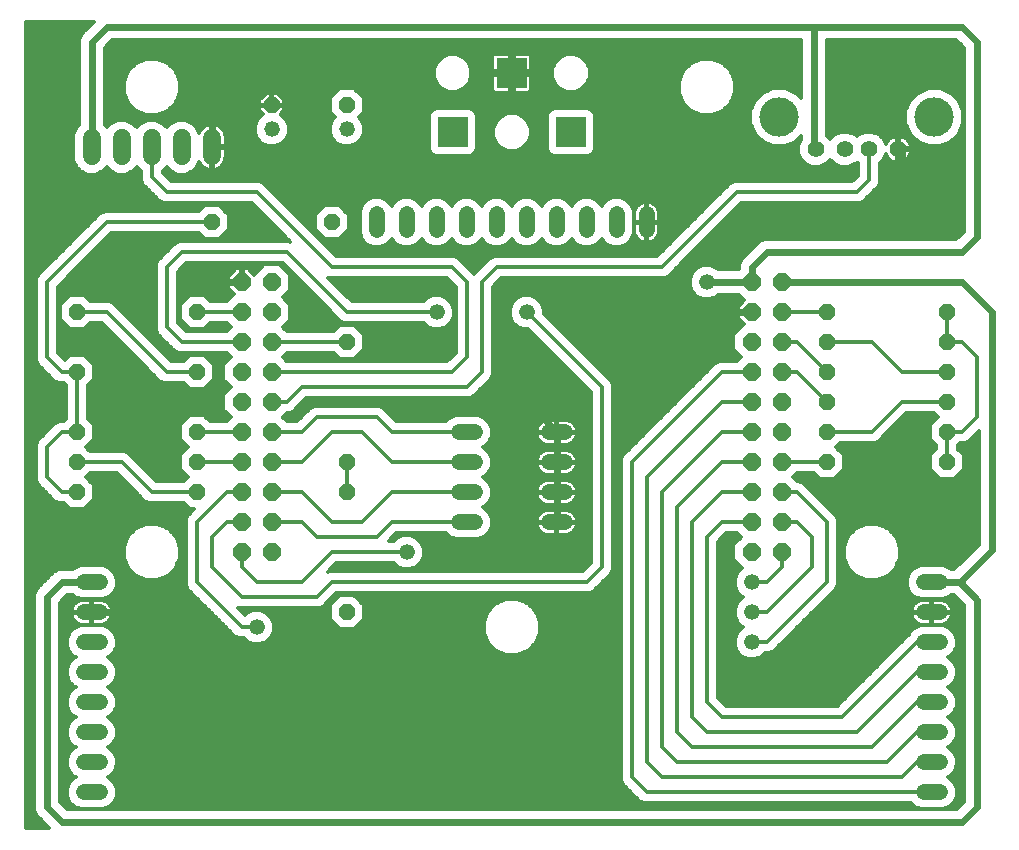
<source format=gtl>
G75*
%MOIN*%
%OFA0B0*%
%FSLAX24Y24*%
%IPPOS*%
%LPD*%
%AMOC8*
5,1,8,0,0,1.08239X$1,22.5*
%
%ADD10R,0.0990X0.0990*%
%ADD11OC8,0.0520*%
%ADD12C,0.0520*%
%ADD13C,0.0520*%
%ADD14OC8,0.0600*%
%ADD15C,0.0560*%
%ADD16C,0.1310*%
%ADD17C,0.0600*%
%ADD18C,0.0120*%
%ADD19C,0.0240*%
%ADD20C,0.0525*%
D10*
X015661Y023720D03*
X017630Y025689D03*
X019599Y023720D03*
D11*
X012130Y024620D03*
X009630Y024620D03*
X007630Y020720D03*
X007130Y017720D03*
X007130Y015720D03*
X007130Y013720D03*
X007130Y012720D03*
X007130Y011720D03*
X003130Y011720D03*
X003130Y012720D03*
X003130Y013720D03*
X003130Y015720D03*
X003130Y017720D03*
X011630Y020720D03*
X012130Y016720D03*
X012130Y012720D03*
X012130Y011720D03*
X012130Y007720D03*
X028130Y012720D03*
X028130Y013720D03*
X028130Y014720D03*
X028130Y015720D03*
X028130Y016720D03*
X028130Y017720D03*
X032130Y017720D03*
X032130Y016720D03*
X032130Y015720D03*
X032130Y014720D03*
X032130Y013720D03*
X032130Y012720D03*
D12*
X012130Y023820D03*
X009630Y023820D03*
D13*
X013130Y020980D02*
X013130Y020460D01*
X014130Y020460D02*
X014130Y020980D01*
X015130Y020980D02*
X015130Y020460D01*
X016130Y020460D02*
X016130Y020980D01*
X017130Y020980D02*
X017130Y020460D01*
X018130Y020460D02*
X018130Y020980D01*
X019130Y020980D02*
X019130Y020460D01*
X020130Y020460D02*
X020130Y020980D01*
X021130Y020980D02*
X021130Y020460D01*
X022130Y020460D02*
X022130Y020980D01*
X019390Y013720D02*
X018870Y013720D01*
X018870Y012720D02*
X019390Y012720D01*
X019390Y011720D02*
X018870Y011720D01*
X018870Y010720D02*
X019390Y010720D01*
X016390Y010720D02*
X015870Y010720D01*
X015870Y011720D02*
X016390Y011720D01*
X016390Y012720D02*
X015870Y012720D01*
X015870Y013720D02*
X016390Y013720D01*
X003890Y008720D02*
X003370Y008720D01*
X003370Y007720D02*
X003890Y007720D01*
X003890Y006720D02*
X003370Y006720D01*
X003370Y005720D02*
X003890Y005720D01*
X003890Y004720D02*
X003370Y004720D01*
X003370Y003720D02*
X003890Y003720D01*
X003890Y002720D02*
X003370Y002720D01*
X003370Y001720D02*
X003890Y001720D01*
X031370Y001720D02*
X031890Y001720D01*
X031890Y002720D02*
X031370Y002720D01*
X031370Y003720D02*
X031890Y003720D01*
X031890Y004720D02*
X031370Y004720D01*
X031370Y005720D02*
X031890Y005720D01*
X031890Y006720D02*
X031370Y006720D01*
X031370Y007720D02*
X031890Y007720D01*
X031890Y008720D02*
X031370Y008720D01*
D14*
X026630Y009720D03*
X026630Y010720D03*
X026630Y011720D03*
X026630Y012720D03*
X025630Y012720D03*
X025630Y011720D03*
X025630Y010720D03*
X025630Y009720D03*
X025630Y013720D03*
X025630Y014720D03*
X025630Y015720D03*
X025630Y016720D03*
X025630Y017720D03*
X025630Y018720D03*
X026630Y018720D03*
X026630Y017720D03*
X026630Y016720D03*
X026630Y015720D03*
X026630Y014720D03*
X026630Y013720D03*
X009630Y013720D03*
X009630Y014720D03*
X009630Y015720D03*
X009630Y016720D03*
X009630Y017720D03*
X009630Y018720D03*
X008630Y018720D03*
X008630Y017720D03*
X008630Y016720D03*
X008630Y015720D03*
X008630Y014720D03*
X008630Y013720D03*
X008630Y012720D03*
X008630Y011720D03*
X008630Y010720D03*
X008630Y009720D03*
X009630Y009720D03*
X009630Y010720D03*
X009630Y011720D03*
X009630Y012720D03*
D15*
X027755Y023150D03*
X028735Y023150D03*
X029525Y023150D03*
X030505Y023150D03*
D16*
X031715Y024220D03*
X026545Y024220D03*
D17*
X007630Y023520D02*
X007630Y022920D01*
X006630Y022920D02*
X006630Y023520D01*
X005630Y023520D02*
X005630Y022920D01*
X004630Y022920D02*
X004630Y023520D01*
X003630Y023520D02*
X003630Y022920D01*
D18*
X001440Y027410D02*
X001440Y000530D01*
X002212Y000530D01*
X001765Y000976D01*
X001700Y001134D01*
X001700Y008306D01*
X001765Y008464D01*
X001886Y008585D01*
X002386Y009085D01*
X002544Y009150D01*
X002994Y009150D01*
X003047Y009203D01*
X003257Y009290D01*
X004003Y009290D01*
X004213Y009203D01*
X004373Y009043D01*
X004460Y008833D01*
X004460Y008607D01*
X004373Y008397D01*
X004213Y008237D01*
X004003Y008150D01*
X003257Y008150D01*
X003047Y008237D01*
X002994Y008290D01*
X002808Y008290D01*
X002560Y008042D01*
X002560Y001398D01*
X002808Y001150D01*
X032452Y001150D01*
X032700Y001398D01*
X032700Y007966D01*
X032376Y008290D01*
X032266Y008290D01*
X032213Y008237D01*
X032003Y008150D01*
X031257Y008150D01*
X031047Y008237D01*
X030887Y008397D01*
X030800Y008607D01*
X030800Y008833D01*
X030887Y009043D01*
X031047Y009203D01*
X031257Y009290D01*
X032003Y009290D01*
X032213Y009203D01*
X032266Y009150D01*
X032376Y009150D01*
X033200Y009974D01*
X033200Y013767D01*
X032944Y013510D01*
X032840Y013406D01*
X032704Y013350D01*
X032566Y013350D01*
X032500Y013284D01*
X032500Y013156D01*
X032700Y012956D01*
X032700Y012484D01*
X032366Y012150D01*
X031894Y012150D01*
X031560Y012484D01*
X031560Y012956D01*
X031760Y013156D01*
X031760Y013284D01*
X031560Y013484D01*
X031560Y013956D01*
X031824Y014220D01*
X031694Y014350D01*
X030783Y014350D01*
X029840Y013406D01*
X029704Y013350D01*
X028566Y013350D01*
X028436Y013220D01*
X028700Y012956D01*
X028700Y012484D01*
X028366Y012150D01*
X027894Y012150D01*
X027694Y012350D01*
X027123Y012350D01*
X026993Y012220D01*
X027123Y012090D01*
X027204Y012090D01*
X027340Y012034D01*
X028340Y011034D01*
X028444Y010930D01*
X028500Y010794D01*
X028500Y008646D01*
X028444Y008510D01*
X026444Y006510D01*
X026340Y006406D01*
X026204Y006350D01*
X026070Y006350D01*
X025954Y006235D01*
X025744Y006148D01*
X025516Y006148D01*
X025306Y006235D01*
X025145Y006396D01*
X025058Y006606D01*
X025058Y006834D01*
X025145Y007044D01*
X025306Y007205D01*
X025341Y007220D01*
X025306Y007235D01*
X025145Y007396D01*
X025058Y007606D01*
X025058Y007834D01*
X025145Y008044D01*
X025306Y008205D01*
X025341Y008220D01*
X025306Y008235D01*
X025145Y008396D01*
X025058Y008606D01*
X025058Y008834D01*
X025145Y009044D01*
X025294Y009193D01*
X025020Y009467D01*
X025020Y009973D01*
X025267Y010220D01*
X025137Y010350D01*
X024783Y010350D01*
X024500Y010067D01*
X024500Y004873D01*
X024783Y004590D01*
X028477Y004590D01*
X030816Y006930D01*
X030856Y006970D01*
X030887Y007043D01*
X031047Y007203D01*
X031257Y007290D01*
X032003Y007290D01*
X032213Y007203D01*
X032373Y007043D01*
X032460Y006833D01*
X032460Y006607D01*
X032373Y006397D01*
X032213Y006237D01*
X032172Y006220D01*
X032213Y006203D01*
X032373Y006043D01*
X032460Y005833D01*
X032460Y005607D01*
X032373Y005397D01*
X032213Y005237D01*
X032172Y005220D01*
X032213Y005203D01*
X032373Y005043D01*
X032460Y004833D01*
X032460Y004607D01*
X032373Y004397D01*
X032213Y004237D01*
X032172Y004220D01*
X032213Y004203D01*
X032373Y004043D01*
X032460Y003833D01*
X032460Y003607D01*
X032373Y003397D01*
X032213Y003237D01*
X032172Y003220D01*
X032213Y003203D01*
X032373Y003043D01*
X032460Y002833D01*
X032460Y002607D01*
X032373Y002397D01*
X032213Y002237D01*
X032172Y002220D01*
X032213Y002203D01*
X032373Y002043D01*
X032460Y001833D01*
X032460Y001607D01*
X032373Y001397D01*
X032213Y001237D01*
X032003Y001150D01*
X031257Y001150D01*
X031047Y001237D01*
X030934Y001350D01*
X022056Y001350D01*
X021920Y001406D01*
X021420Y001906D01*
X021316Y002010D01*
X021260Y002146D01*
X021260Y012794D01*
X021316Y012930D01*
X024316Y015930D01*
X024420Y016034D01*
X024556Y016090D01*
X025137Y016090D01*
X025267Y016220D01*
X025020Y016467D01*
X025020Y016973D01*
X025373Y017326D01*
X025170Y017529D01*
X025170Y017680D01*
X025590Y017680D01*
X025590Y017760D01*
X025170Y017760D01*
X025170Y017911D01*
X025373Y018114D01*
X025197Y018290D01*
X024510Y018290D01*
X024454Y018235D01*
X024244Y018148D01*
X024016Y018148D01*
X023806Y018235D01*
X023645Y018396D01*
X023558Y018606D01*
X023558Y018834D01*
X023645Y019044D01*
X023806Y019205D01*
X024016Y019292D01*
X024244Y019292D01*
X024454Y019205D01*
X024510Y019150D01*
X025197Y019150D01*
X025200Y019153D01*
X025200Y019306D01*
X025265Y019464D01*
X025765Y019964D01*
X025886Y020085D01*
X026044Y020150D01*
X032452Y020150D01*
X032700Y020398D01*
X032700Y026542D01*
X032452Y026790D01*
X028138Y026790D01*
X028138Y023602D01*
X028245Y023494D01*
X028401Y023650D01*
X028618Y023740D01*
X028852Y023740D01*
X029069Y023650D01*
X029130Y023589D01*
X029191Y023650D01*
X029408Y023740D01*
X029642Y023740D01*
X029859Y023650D01*
X030025Y023484D01*
X030096Y023314D01*
X030097Y023319D01*
X030129Y023381D01*
X030169Y023437D01*
X030218Y023486D01*
X030274Y023526D01*
X030336Y023558D01*
X030402Y023579D01*
X030470Y023590D01*
X030475Y023590D01*
X030475Y023180D01*
X030535Y023180D01*
X030535Y023590D01*
X030540Y023590D01*
X030608Y023579D01*
X030674Y023558D01*
X030736Y023526D01*
X030792Y023486D01*
X030841Y023437D01*
X030881Y023381D01*
X030913Y023319D01*
X030934Y023253D01*
X030945Y023185D01*
X030945Y023180D01*
X030535Y023180D01*
X030535Y023120D01*
X030945Y023120D01*
X030945Y023115D01*
X030934Y023047D01*
X030913Y022981D01*
X030881Y022919D01*
X030841Y022863D01*
X030792Y022814D01*
X030736Y022774D01*
X030674Y022742D01*
X030608Y022721D01*
X030540Y022710D01*
X030535Y022710D01*
X030535Y023120D01*
X030475Y023120D01*
X030475Y022710D01*
X030470Y022710D01*
X030402Y022721D01*
X030336Y022742D01*
X030274Y022774D01*
X030218Y022814D01*
X030169Y022863D01*
X030129Y022919D01*
X030097Y022981D01*
X030096Y022986D01*
X030025Y022816D01*
X029895Y022686D01*
X029895Y022041D01*
X029839Y021905D01*
X029735Y021801D01*
X029444Y021510D01*
X029340Y021406D01*
X029204Y021350D01*
X025283Y021350D01*
X022840Y018906D01*
X022704Y018850D01*
X017283Y018850D01*
X017000Y018567D01*
X017000Y015646D01*
X016944Y015510D01*
X016840Y015406D01*
X016340Y014906D01*
X016204Y014850D01*
X010783Y014850D01*
X010340Y014406D01*
X010204Y014350D01*
X010123Y014350D01*
X009993Y014220D01*
X010123Y014090D01*
X010477Y014090D01*
X010816Y014430D01*
X010920Y014534D01*
X011056Y014590D01*
X013204Y014590D01*
X013340Y014534D01*
X013783Y014090D01*
X015434Y014090D01*
X015547Y014203D01*
X013670Y014203D01*
X013552Y014322D02*
X020260Y014322D01*
X020260Y014440D02*
X013433Y014440D01*
X013280Y014559D02*
X020260Y014559D01*
X020260Y014677D02*
X010610Y014677D01*
X010492Y014559D02*
X010980Y014559D01*
X010827Y014440D02*
X010373Y014440D01*
X010094Y014322D02*
X010708Y014322D01*
X010590Y014203D02*
X010010Y014203D01*
X009630Y013720D02*
X010630Y013720D01*
X011130Y014220D01*
X013130Y014220D01*
X013630Y013720D01*
X016130Y013720D01*
X016503Y014290D02*
X015757Y014290D01*
X015547Y014203D01*
X016503Y014290D02*
X016713Y014203D01*
X020260Y014203D01*
X020260Y014085D02*
X019600Y014085D01*
X019610Y014079D02*
X019551Y014109D01*
X019488Y014130D01*
X019423Y014140D01*
X019150Y014140D01*
X019150Y013740D01*
X019110Y013740D01*
X019110Y014140D01*
X018837Y014140D01*
X018772Y014130D01*
X018709Y014109D01*
X018650Y014079D01*
X018596Y014040D01*
X018550Y013994D01*
X018511Y013940D01*
X018481Y013881D01*
X018460Y013818D01*
X018450Y013753D01*
X018450Y013740D01*
X019110Y013740D01*
X019110Y013700D01*
X019150Y013700D01*
X019150Y013740D01*
X019810Y013740D01*
X019810Y013753D01*
X019800Y013818D01*
X019779Y013881D01*
X019749Y013940D01*
X019710Y013994D01*
X019664Y014040D01*
X019610Y014079D01*
X019730Y013966D02*
X020260Y013966D01*
X020260Y013848D02*
X019790Y013848D01*
X019810Y013700D02*
X019150Y013700D01*
X019150Y013300D01*
X019423Y013300D01*
X019488Y013310D01*
X019551Y013331D01*
X019610Y013361D01*
X019664Y013400D01*
X019710Y013446D01*
X019749Y013500D01*
X019779Y013559D01*
X019800Y013622D01*
X019810Y013687D01*
X019810Y013700D01*
X019796Y013611D02*
X020260Y013611D01*
X020260Y013729D02*
X019150Y013729D01*
X019110Y013729D02*
X016960Y013729D01*
X016960Y013833D02*
X016873Y014043D01*
X016713Y014203D01*
X016832Y014085D02*
X018660Y014085D01*
X018530Y013966D02*
X016905Y013966D01*
X016954Y013848D02*
X018470Y013848D01*
X018450Y013700D02*
X018450Y013687D01*
X018460Y013622D01*
X018481Y013559D01*
X018511Y013500D01*
X018550Y013446D01*
X018596Y013400D01*
X018650Y013361D01*
X018709Y013331D01*
X018772Y013310D01*
X018837Y013300D01*
X019110Y013300D01*
X019110Y013700D01*
X018450Y013700D01*
X018464Y013611D02*
X016960Y013611D01*
X016960Y013607D02*
X016960Y013833D01*
X016960Y013607D02*
X016873Y013397D01*
X016713Y013237D01*
X016672Y013220D01*
X016713Y013203D01*
X016873Y013043D01*
X016960Y012833D01*
X016960Y012607D01*
X016873Y012397D01*
X016713Y012237D01*
X016672Y012220D01*
X016713Y012203D01*
X016873Y012043D01*
X016960Y011833D01*
X018465Y011833D01*
X018460Y011818D02*
X018450Y011753D01*
X018450Y011740D01*
X019110Y011740D01*
X019110Y012140D01*
X018837Y012140D01*
X018772Y012130D01*
X018709Y012109D01*
X018650Y012079D01*
X018596Y012040D01*
X018550Y011994D01*
X018511Y011940D01*
X018481Y011881D01*
X018460Y011818D01*
X018450Y011700D02*
X018450Y011687D01*
X018460Y011622D01*
X018481Y011559D01*
X018511Y011500D01*
X018550Y011446D01*
X018596Y011400D01*
X018650Y011361D01*
X018709Y011331D01*
X018772Y011310D01*
X018837Y011300D01*
X019110Y011300D01*
X019110Y011700D01*
X019150Y011700D01*
X019150Y011740D01*
X019110Y011740D01*
X019110Y011700D01*
X018450Y011700D01*
X018469Y011596D02*
X016956Y011596D01*
X016960Y011607D02*
X016960Y011833D01*
X016960Y011715D02*
X019110Y011715D01*
X019150Y011715D02*
X020260Y011715D01*
X020260Y011833D02*
X019795Y011833D01*
X019800Y011818D02*
X019779Y011881D01*
X019749Y011940D01*
X019710Y011994D01*
X019664Y012040D01*
X019610Y012079D01*
X019551Y012109D01*
X019488Y012130D01*
X019423Y012140D01*
X019150Y012140D01*
X019150Y011740D01*
X019810Y011740D01*
X019810Y011753D01*
X019800Y011818D01*
X019810Y011700D02*
X019150Y011700D01*
X019150Y011300D01*
X019423Y011300D01*
X019488Y011310D01*
X019551Y011331D01*
X019610Y011361D01*
X019664Y011400D01*
X019710Y011446D01*
X019749Y011500D01*
X019779Y011559D01*
X019800Y011622D01*
X019810Y011687D01*
X019810Y011700D01*
X019791Y011596D02*
X020260Y011596D01*
X020260Y011478D02*
X019733Y011478D01*
X019607Y011359D02*
X020260Y011359D01*
X020260Y011241D02*
X016717Y011241D01*
X016713Y011237D02*
X016873Y011397D01*
X016960Y011607D01*
X016907Y011478D02*
X018527Y011478D01*
X018653Y011359D02*
X016835Y011359D01*
X016713Y011237D02*
X016672Y011220D01*
X016713Y011203D01*
X016873Y011043D01*
X016960Y010833D01*
X016960Y010607D01*
X016873Y010397D01*
X016713Y010237D01*
X016503Y010150D01*
X015757Y010150D01*
X015547Y010237D01*
X015434Y010350D01*
X013783Y010350D01*
X013523Y010090D01*
X013690Y010090D01*
X013806Y010205D01*
X014016Y010292D01*
X014244Y010292D01*
X014454Y010205D01*
X014615Y010044D01*
X014702Y009834D01*
X014702Y009606D01*
X014615Y009396D01*
X014454Y009235D01*
X014244Y009148D01*
X014016Y009148D01*
X013806Y009235D01*
X013690Y009350D01*
X011783Y009350D01*
X011500Y009067D01*
X011556Y009090D01*
X019977Y009090D01*
X020260Y009373D01*
X020260Y015067D01*
X018179Y017148D01*
X018016Y017148D01*
X017806Y017235D01*
X017645Y017396D01*
X017558Y017606D01*
X017558Y017834D01*
X017645Y018044D01*
X017806Y018205D01*
X018016Y018292D01*
X018244Y018292D01*
X018454Y018205D01*
X018615Y018044D01*
X018702Y017834D01*
X018702Y017671D01*
X020840Y015534D01*
X020944Y015430D01*
X021000Y015294D01*
X021000Y009146D01*
X020944Y009010D01*
X020840Y008906D01*
X020444Y008510D01*
X020340Y008406D01*
X020204Y008350D01*
X011783Y008350D01*
X011340Y007906D01*
X011204Y007850D01*
X008556Y007850D01*
X008500Y007873D01*
X008737Y007636D01*
X008806Y007705D01*
X009016Y007792D01*
X009244Y007792D01*
X009454Y007705D01*
X009615Y007544D01*
X009702Y007334D01*
X009702Y007106D01*
X009615Y006896D01*
X009454Y006735D01*
X009244Y006648D01*
X009016Y006648D01*
X008806Y006735D01*
X008690Y006850D01*
X008556Y006850D01*
X008420Y006906D01*
X006816Y008510D01*
X006760Y008646D01*
X006760Y010794D01*
X006816Y010930D01*
X006920Y011034D01*
X007037Y011150D01*
X006894Y011150D01*
X006694Y011350D01*
X005556Y011350D01*
X005420Y011406D01*
X005316Y011510D01*
X004477Y012350D01*
X003566Y012350D01*
X003436Y012220D01*
X003700Y011956D01*
X003700Y011484D01*
X003366Y011150D01*
X002894Y011150D01*
X002694Y011350D01*
X002556Y011350D01*
X002420Y011406D01*
X002316Y011510D01*
X001816Y012010D01*
X001760Y012146D01*
X001760Y013294D01*
X001816Y013430D01*
X001920Y013534D01*
X002420Y014034D01*
X002556Y014090D01*
X002694Y014090D01*
X002760Y014156D01*
X002760Y015284D01*
X002694Y015350D01*
X002556Y015350D01*
X002420Y015406D01*
X001920Y015906D01*
X001920Y015906D01*
X001816Y016010D01*
X001760Y016146D01*
X001760Y018794D01*
X001816Y018930D01*
X001920Y019034D01*
X003816Y020930D01*
X003920Y021034D01*
X004056Y021090D01*
X007194Y021090D01*
X007394Y021290D01*
X007866Y021290D01*
X008200Y020956D01*
X008200Y020484D01*
X007866Y020150D01*
X007394Y020150D01*
X007194Y020350D01*
X004283Y020350D01*
X002500Y018567D01*
X002500Y016373D01*
X002739Y016135D01*
X002894Y016290D01*
X003366Y016290D01*
X003700Y015956D01*
X003700Y015484D01*
X003500Y015284D01*
X003500Y014156D01*
X003700Y013956D01*
X003700Y013484D01*
X003436Y013220D01*
X003566Y013090D01*
X004704Y013090D01*
X004840Y013034D01*
X005783Y012090D01*
X006694Y012090D01*
X006824Y012220D01*
X006560Y012484D01*
X006560Y012956D01*
X006824Y013220D01*
X006560Y013484D01*
X006560Y013956D01*
X006894Y014290D01*
X007366Y014290D01*
X007566Y014090D01*
X008137Y014090D01*
X008267Y014220D01*
X008020Y014467D01*
X008020Y014973D01*
X008267Y015220D01*
X008020Y015467D01*
X008020Y015973D01*
X008267Y016220D01*
X008137Y016350D01*
X006556Y016350D01*
X006420Y016406D01*
X005920Y016906D01*
X005816Y017010D01*
X005760Y017146D01*
X005760Y019294D01*
X005816Y019430D01*
X005920Y019534D01*
X006316Y019930D01*
X006420Y020034D01*
X006556Y020090D01*
X010215Y020090D01*
X010252Y020075D01*
X008977Y021350D01*
X006056Y021350D01*
X005920Y021406D01*
X005420Y021906D01*
X005316Y022010D01*
X005260Y022146D01*
X005260Y022427D01*
X005130Y022557D01*
X004976Y022403D01*
X004751Y022310D01*
X004509Y022310D01*
X004284Y022403D01*
X004130Y022557D01*
X003976Y022403D01*
X003751Y022310D01*
X003509Y022310D01*
X003284Y022403D01*
X003113Y022574D01*
X003020Y022799D01*
X003020Y023641D01*
X003113Y023866D01*
X003200Y023953D01*
X003200Y026806D01*
X003265Y026964D01*
X003386Y027085D01*
X003712Y027410D01*
X001440Y027410D01*
X001440Y027357D02*
X003658Y027357D01*
X003540Y027238D02*
X001440Y027238D01*
X001440Y027120D02*
X003421Y027120D01*
X003303Y027001D02*
X001440Y027001D01*
X001440Y026883D02*
X003232Y026883D01*
X003200Y026764D02*
X001440Y026764D01*
X001440Y026646D02*
X003200Y026646D01*
X003200Y026527D02*
X001440Y026527D01*
X001440Y026409D02*
X003200Y026409D01*
X003200Y026290D02*
X001440Y026290D01*
X001440Y026172D02*
X003200Y026172D01*
X003200Y026053D02*
X001440Y026053D01*
X001440Y025935D02*
X003200Y025935D01*
X003200Y025816D02*
X001440Y025816D01*
X001440Y025698D02*
X003200Y025698D01*
X003200Y025579D02*
X001440Y025579D01*
X001440Y025461D02*
X003200Y025461D01*
X003200Y025342D02*
X001440Y025342D01*
X001440Y025224D02*
X003200Y025224D01*
X003200Y025105D02*
X001440Y025105D01*
X001440Y024987D02*
X003200Y024987D01*
X003200Y024868D02*
X001440Y024868D01*
X001440Y024750D02*
X003200Y024750D01*
X003200Y024631D02*
X001440Y024631D01*
X001440Y024513D02*
X003200Y024513D01*
X003200Y024394D02*
X001440Y024394D01*
X001440Y024276D02*
X003200Y024276D01*
X003200Y024157D02*
X001440Y024157D01*
X001440Y024039D02*
X003200Y024039D01*
X003167Y023920D02*
X001440Y023920D01*
X001440Y023802D02*
X003086Y023802D01*
X003037Y023683D02*
X001440Y023683D01*
X001440Y023565D02*
X003020Y023565D01*
X003020Y023446D02*
X001440Y023446D01*
X001440Y023328D02*
X003020Y023328D01*
X003020Y023209D02*
X001440Y023209D01*
X001440Y023091D02*
X003020Y023091D01*
X003020Y022972D02*
X001440Y022972D01*
X001440Y022854D02*
X003020Y022854D01*
X003046Y022735D02*
X001440Y022735D01*
X001440Y022617D02*
X003095Y022617D01*
X003189Y022498D02*
X001440Y022498D01*
X001440Y022380D02*
X003341Y022380D01*
X003919Y022380D02*
X004341Y022380D01*
X004189Y022498D02*
X004071Y022498D01*
X004919Y022380D02*
X005260Y022380D01*
X005260Y022261D02*
X001440Y022261D01*
X001440Y022143D02*
X005262Y022143D01*
X005311Y022024D02*
X001440Y022024D01*
X001440Y021906D02*
X005421Y021906D01*
X005540Y021787D02*
X001440Y021787D01*
X001440Y021669D02*
X005658Y021669D01*
X005777Y021550D02*
X001440Y021550D01*
X001440Y021432D02*
X005895Y021432D01*
X006130Y021720D02*
X005630Y022220D01*
X005630Y023220D01*
X006130Y023883D02*
X005976Y024037D01*
X005751Y024130D01*
X005509Y024130D01*
X005284Y024037D01*
X005130Y023883D01*
X004976Y024037D01*
X004751Y024130D01*
X004509Y024130D01*
X004284Y024037D01*
X004130Y023883D01*
X004060Y023953D01*
X004060Y026542D01*
X004308Y026790D01*
X026656Y026790D01*
X026669Y026784D01*
X026841Y026784D01*
X026854Y026790D01*
X027278Y026790D01*
X027278Y024852D01*
X027092Y025038D01*
X026737Y025185D01*
X026353Y025185D01*
X025998Y025038D01*
X025727Y024767D01*
X025580Y024412D01*
X025580Y024028D01*
X025727Y023673D01*
X025998Y023402D01*
X026353Y023255D01*
X026737Y023255D01*
X027092Y023402D01*
X027278Y023588D01*
X027278Y023507D01*
X027255Y023484D01*
X027165Y023267D01*
X027165Y023033D01*
X027255Y022816D01*
X027421Y022650D01*
X027638Y022560D01*
X027872Y022560D01*
X028089Y022650D01*
X028245Y022806D01*
X028401Y022650D01*
X028618Y022560D01*
X028852Y022560D01*
X029069Y022650D01*
X029130Y022711D01*
X029155Y022686D01*
X029155Y022268D01*
X028977Y022090D01*
X025056Y022090D01*
X024920Y022034D01*
X024816Y021930D01*
X022477Y019590D01*
X017056Y019590D01*
X016920Y019534D01*
X016816Y019430D01*
X016420Y019034D01*
X016380Y018993D01*
X016340Y019034D01*
X015944Y019430D01*
X015840Y019534D01*
X015704Y019590D01*
X011783Y019590D01*
X009444Y021930D01*
X009340Y022034D01*
X009204Y022090D01*
X006283Y022090D01*
X006000Y022373D01*
X006000Y022427D01*
X006130Y022557D01*
X006284Y022403D01*
X006509Y022310D01*
X006751Y022310D01*
X006976Y022403D01*
X007147Y022574D01*
X007211Y022729D01*
X007237Y022679D01*
X007279Y022620D01*
X007330Y022569D01*
X007389Y022527D01*
X007453Y022494D01*
X007522Y022471D01*
X007590Y022461D01*
X007590Y023180D01*
X007670Y023180D01*
X007670Y023260D01*
X007590Y023260D01*
X007590Y023979D01*
X007522Y023969D01*
X007453Y023946D01*
X007389Y023913D01*
X007330Y023871D01*
X007279Y023820D01*
X007237Y023761D01*
X007211Y023711D01*
X007147Y023866D01*
X006976Y024037D01*
X006751Y024130D01*
X006509Y024130D01*
X006284Y024037D01*
X006130Y023883D01*
X006093Y023920D02*
X006167Y023920D01*
X006288Y024039D02*
X005972Y024039D01*
X005816Y024285D02*
X005444Y024285D01*
X005100Y024427D01*
X004837Y024690D01*
X004695Y025034D01*
X004695Y025406D01*
X004837Y025750D01*
X005100Y026013D01*
X005444Y026155D01*
X005816Y026155D01*
X006160Y026013D01*
X006423Y025750D01*
X006565Y025406D01*
X006565Y025034D01*
X006423Y024690D01*
X006160Y024427D01*
X005816Y024285D01*
X006079Y024394D02*
X009262Y024394D01*
X009210Y024446D02*
X009339Y024317D01*
X009307Y024303D01*
X009147Y024143D01*
X009060Y023933D01*
X009060Y023707D01*
X009147Y023497D01*
X009307Y023337D01*
X009517Y023250D01*
X009743Y023250D01*
X009953Y023337D01*
X010113Y023497D01*
X010200Y023707D01*
X010200Y023933D01*
X010113Y024143D01*
X009953Y024303D01*
X009921Y024317D01*
X010050Y024446D01*
X010050Y024600D01*
X009650Y024600D01*
X009650Y024640D01*
X009610Y024640D01*
X009610Y025040D01*
X009456Y025040D01*
X009210Y024794D01*
X009210Y024640D01*
X009610Y024640D01*
X009610Y024600D01*
X009210Y024600D01*
X009210Y024446D01*
X009210Y024513D02*
X006245Y024513D01*
X006363Y024631D02*
X009610Y024631D01*
X009650Y024631D02*
X011560Y024631D01*
X011560Y024513D02*
X010050Y024513D01*
X010050Y024640D02*
X009650Y024640D01*
X009650Y025040D01*
X009804Y025040D01*
X010050Y024794D01*
X010050Y024640D01*
X010050Y024750D02*
X011560Y024750D01*
X011560Y024856D02*
X011560Y024384D01*
X011724Y024220D01*
X011647Y024143D01*
X011560Y023933D01*
X011560Y023707D01*
X011647Y023497D01*
X011807Y023337D01*
X012017Y023250D01*
X012243Y023250D01*
X012453Y023337D01*
X012613Y023497D01*
X012700Y023707D01*
X012700Y023933D01*
X012613Y024143D01*
X012536Y024220D01*
X012700Y024384D01*
X012700Y024856D01*
X012366Y025190D01*
X011894Y025190D01*
X011560Y024856D01*
X011572Y024868D02*
X009976Y024868D01*
X009857Y024987D02*
X011690Y024987D01*
X011809Y025105D02*
X006565Y025105D01*
X006565Y025224D02*
X015243Y025224D01*
X015307Y025159D02*
X015537Y025064D01*
X015786Y025064D01*
X016016Y025159D01*
X016191Y025334D01*
X016286Y025564D01*
X016286Y025813D01*
X016191Y026043D01*
X016016Y026218D01*
X015786Y026313D01*
X015537Y026313D01*
X015307Y026218D01*
X015132Y026043D01*
X015037Y025813D01*
X015037Y025564D01*
X015132Y025334D01*
X015307Y025159D01*
X015437Y025105D02*
X012451Y025105D01*
X012570Y024987D02*
X023215Y024987D01*
X023195Y025034D02*
X023337Y024690D01*
X023600Y024427D01*
X023944Y024285D01*
X024316Y024285D01*
X024660Y024427D01*
X024923Y024690D01*
X025065Y025034D01*
X025065Y025406D01*
X024923Y025750D01*
X024660Y026013D01*
X024316Y026155D01*
X023944Y026155D01*
X023600Y026013D01*
X023337Y025750D01*
X023195Y025406D01*
X023195Y025034D01*
X023195Y025105D02*
X019823Y025105D01*
X019723Y025064D02*
X019953Y025159D01*
X020128Y025334D01*
X020223Y025564D01*
X020223Y025813D01*
X020128Y026043D01*
X019953Y026218D01*
X019723Y026313D01*
X019474Y026313D01*
X019244Y026218D01*
X019069Y026043D01*
X018974Y025813D01*
X018974Y025564D01*
X019069Y025334D01*
X019244Y025159D01*
X019474Y025064D01*
X019723Y025064D01*
X020017Y025224D02*
X023195Y025224D01*
X023195Y025342D02*
X020131Y025342D01*
X020181Y025461D02*
X023218Y025461D01*
X023267Y025579D02*
X020223Y025579D01*
X020223Y025698D02*
X023316Y025698D01*
X023404Y025816D02*
X020222Y025816D01*
X020173Y025935D02*
X023522Y025935D01*
X023698Y026053D02*
X020118Y026053D01*
X019999Y026172D02*
X027278Y026172D01*
X027278Y026290D02*
X019779Y026290D01*
X019418Y026290D02*
X018245Y026290D01*
X018253Y026282D02*
X018223Y026312D01*
X018187Y026333D01*
X018146Y026344D01*
X017690Y026344D01*
X017690Y025749D01*
X017570Y025749D01*
X017570Y026344D01*
X017114Y026344D01*
X017073Y026333D01*
X017037Y026312D01*
X017007Y026282D01*
X016986Y026245D01*
X016975Y026205D01*
X016975Y025749D01*
X017570Y025749D01*
X017570Y025629D01*
X016975Y025629D01*
X016975Y025172D01*
X016986Y025132D01*
X017007Y025095D01*
X017037Y025065D01*
X017073Y025044D01*
X017114Y025034D01*
X017570Y025034D01*
X017570Y025628D01*
X017690Y025628D01*
X017690Y025034D01*
X018146Y025034D01*
X018187Y025044D01*
X018223Y025065D01*
X018253Y025095D01*
X018274Y025132D01*
X018285Y025172D01*
X018285Y025629D01*
X017690Y025629D01*
X017690Y025749D01*
X018285Y025749D01*
X018285Y026205D01*
X018274Y026245D01*
X018253Y026282D01*
X018285Y026172D02*
X019198Y026172D01*
X019079Y026053D02*
X018285Y026053D01*
X018285Y025935D02*
X019024Y025935D01*
X018975Y025816D02*
X018285Y025816D01*
X018285Y025579D02*
X018974Y025579D01*
X018974Y025698D02*
X017690Y025698D01*
X017690Y025816D02*
X017570Y025816D01*
X017570Y025698D02*
X016286Y025698D01*
X016285Y025816D02*
X016975Y025816D01*
X016975Y025935D02*
X016236Y025935D01*
X016181Y026053D02*
X016975Y026053D01*
X016975Y026172D02*
X016062Y026172D01*
X015842Y026290D02*
X017015Y026290D01*
X017570Y026290D02*
X017690Y026290D01*
X017690Y026172D02*
X017570Y026172D01*
X017570Y026053D02*
X017690Y026053D01*
X017690Y025935D02*
X017570Y025935D01*
X017570Y025579D02*
X017690Y025579D01*
X017690Y025461D02*
X017570Y025461D01*
X017570Y025342D02*
X017690Y025342D01*
X017690Y025224D02*
X017570Y025224D01*
X017570Y025105D02*
X017690Y025105D01*
X018259Y025105D02*
X019374Y025105D01*
X019180Y025224D02*
X018285Y025224D01*
X018285Y025342D02*
X019066Y025342D01*
X019016Y025461D02*
X018285Y025461D01*
X018928Y024478D02*
X018841Y024391D01*
X018794Y024277D01*
X018794Y023163D01*
X018841Y023049D01*
X018928Y022962D01*
X019042Y022915D01*
X020155Y022915D01*
X020269Y022962D01*
X020356Y023049D01*
X020404Y023163D01*
X020404Y024277D01*
X020356Y024391D01*
X020269Y024478D01*
X020155Y024525D01*
X019042Y024525D01*
X018928Y024478D01*
X019012Y024513D02*
X016248Y024513D01*
X016218Y024525D02*
X016332Y024478D01*
X016419Y024391D01*
X016466Y024277D01*
X016466Y023163D01*
X016419Y023049D01*
X016332Y022962D01*
X016218Y022915D01*
X015105Y022915D01*
X014991Y022962D01*
X014904Y023049D01*
X014856Y023163D01*
X014856Y024277D01*
X014904Y024391D01*
X014991Y024478D01*
X015105Y024525D01*
X016218Y024525D01*
X016416Y024394D02*
X018844Y024394D01*
X018794Y024276D02*
X017922Y024276D01*
X017984Y024250D02*
X017754Y024345D01*
X017506Y024345D01*
X017276Y024250D01*
X017100Y024074D01*
X017005Y023844D01*
X017005Y023596D01*
X017100Y023366D01*
X017276Y023190D01*
X017506Y023095D01*
X017754Y023095D01*
X017984Y023190D01*
X018160Y023366D01*
X018255Y023596D01*
X018255Y023844D01*
X018160Y024074D01*
X017984Y024250D01*
X018077Y024157D02*
X018794Y024157D01*
X018794Y024039D02*
X018175Y024039D01*
X018224Y023920D02*
X018794Y023920D01*
X018794Y023802D02*
X018255Y023802D01*
X018255Y023683D02*
X018794Y023683D01*
X018794Y023565D02*
X018242Y023565D01*
X018193Y023446D02*
X018794Y023446D01*
X018794Y023328D02*
X018121Y023328D01*
X018003Y023209D02*
X018794Y023209D01*
X018824Y023091D02*
X016436Y023091D01*
X016466Y023209D02*
X017257Y023209D01*
X017139Y023328D02*
X016466Y023328D01*
X016466Y023446D02*
X017067Y023446D01*
X017018Y023565D02*
X016466Y023565D01*
X016466Y023683D02*
X017005Y023683D01*
X017005Y023802D02*
X016466Y023802D01*
X016466Y023920D02*
X017036Y023920D01*
X017085Y024039D02*
X016466Y024039D01*
X016466Y024157D02*
X017183Y024157D01*
X017338Y024276D02*
X016466Y024276D01*
X017001Y025105D02*
X015886Y025105D01*
X016080Y025224D02*
X016975Y025224D01*
X016975Y025342D02*
X016194Y025342D01*
X016244Y025461D02*
X016975Y025461D01*
X016975Y025579D02*
X016286Y025579D01*
X015481Y026290D02*
X004060Y026290D01*
X004060Y026172D02*
X015261Y026172D01*
X015142Y026053D02*
X006062Y026053D01*
X006238Y025935D02*
X015087Y025935D01*
X015038Y025816D02*
X006356Y025816D01*
X006444Y025698D02*
X015037Y025698D01*
X015037Y025579D02*
X006493Y025579D01*
X006542Y025461D02*
X015079Y025461D01*
X015129Y025342D02*
X006565Y025342D01*
X006545Y024987D02*
X009403Y024987D01*
X009284Y024868D02*
X006496Y024868D01*
X006447Y024750D02*
X009210Y024750D01*
X009610Y024750D02*
X009650Y024750D01*
X009650Y024868D02*
X009610Y024868D01*
X009610Y024987D02*
X009650Y024987D01*
X009998Y024394D02*
X011560Y024394D01*
X011668Y024276D02*
X009981Y024276D01*
X010099Y024157D02*
X011661Y024157D01*
X011604Y024039D02*
X010156Y024039D01*
X010200Y023920D02*
X011560Y023920D01*
X011560Y023802D02*
X010200Y023802D01*
X010190Y023683D02*
X011570Y023683D01*
X011619Y023565D02*
X010141Y023565D01*
X010062Y023446D02*
X011698Y023446D01*
X011829Y023328D02*
X009931Y023328D01*
X009329Y023328D02*
X008090Y023328D01*
X008090Y023260D02*
X008090Y023556D01*
X008079Y023628D01*
X008056Y023697D01*
X008023Y023761D01*
X007981Y023820D01*
X007930Y023871D01*
X007871Y023913D01*
X007807Y023946D01*
X007738Y023969D01*
X007670Y023979D01*
X007670Y023260D01*
X008090Y023260D01*
X008090Y023180D02*
X007670Y023180D01*
X007670Y022461D01*
X007738Y022471D01*
X007807Y022494D01*
X007871Y022527D01*
X007930Y022569D01*
X007981Y022620D01*
X008023Y022679D01*
X008056Y022743D01*
X008079Y022812D01*
X008090Y022884D01*
X008090Y023180D01*
X008090Y023091D02*
X014887Y023091D01*
X014856Y023209D02*
X007670Y023209D01*
X007670Y023091D02*
X007590Y023091D01*
X007590Y022972D02*
X007670Y022972D01*
X007670Y022854D02*
X007590Y022854D01*
X007590Y022735D02*
X007670Y022735D01*
X007670Y022617D02*
X007590Y022617D01*
X007590Y022498D02*
X007670Y022498D01*
X007815Y022498D02*
X029155Y022498D01*
X029155Y022380D02*
X006919Y022380D01*
X007071Y022498D02*
X007445Y022498D01*
X007283Y022617D02*
X007165Y022617D01*
X007977Y022617D02*
X027501Y022617D01*
X027336Y022735D02*
X008052Y022735D01*
X008085Y022854D02*
X027239Y022854D01*
X027190Y022972D02*
X020279Y022972D01*
X020373Y023091D02*
X027165Y023091D01*
X027165Y023209D02*
X020404Y023209D01*
X020404Y023328D02*
X026178Y023328D01*
X025954Y023446D02*
X020404Y023446D01*
X020404Y023565D02*
X025836Y023565D01*
X025723Y023683D02*
X020404Y023683D01*
X020404Y023802D02*
X025674Y023802D01*
X025625Y023920D02*
X020404Y023920D01*
X020404Y024039D02*
X025580Y024039D01*
X025580Y024157D02*
X020404Y024157D01*
X020404Y024276D02*
X025580Y024276D01*
X025580Y024394D02*
X024579Y024394D01*
X024745Y024513D02*
X025622Y024513D01*
X025671Y024631D02*
X024863Y024631D01*
X024947Y024750D02*
X025720Y024750D01*
X025828Y024868D02*
X024996Y024868D01*
X025045Y024987D02*
X025947Y024987D01*
X026160Y025105D02*
X025065Y025105D01*
X025065Y025224D02*
X027278Y025224D01*
X027278Y025342D02*
X025065Y025342D01*
X025042Y025461D02*
X027278Y025461D01*
X027278Y025579D02*
X024993Y025579D01*
X024944Y025698D02*
X027278Y025698D01*
X027278Y025816D02*
X024856Y025816D01*
X024738Y025935D02*
X027278Y025935D01*
X027278Y026053D02*
X024562Y026053D01*
X023264Y024868D02*
X012688Y024868D01*
X012700Y024750D02*
X023313Y024750D01*
X023397Y024631D02*
X012700Y024631D01*
X012700Y024513D02*
X015075Y024513D01*
X014907Y024394D02*
X012700Y024394D01*
X012592Y024276D02*
X014856Y024276D01*
X014856Y024157D02*
X012599Y024157D01*
X012656Y024039D02*
X014856Y024039D01*
X014856Y023920D02*
X012700Y023920D01*
X012700Y023802D02*
X014856Y023802D01*
X014856Y023683D02*
X012690Y023683D01*
X012641Y023565D02*
X014856Y023565D01*
X014856Y023446D02*
X012562Y023446D01*
X012431Y023328D02*
X014856Y023328D01*
X014981Y022972D02*
X008090Y022972D01*
X008090Y023446D02*
X009198Y023446D01*
X009119Y023565D02*
X008089Y023565D01*
X008061Y023683D02*
X009070Y023683D01*
X009060Y023802D02*
X007994Y023802D01*
X007858Y023920D02*
X009060Y023920D01*
X009104Y024039D02*
X006972Y024039D01*
X007093Y023920D02*
X007402Y023920D01*
X007266Y023802D02*
X007174Y023802D01*
X007590Y023802D02*
X007670Y023802D01*
X007670Y023920D02*
X007590Y023920D01*
X007590Y023683D02*
X007670Y023683D01*
X007670Y023565D02*
X007590Y023565D01*
X007590Y023446D02*
X007670Y023446D01*
X007670Y023328D02*
X007590Y023328D01*
X006341Y022380D02*
X006000Y022380D01*
X006071Y022498D02*
X006189Y022498D01*
X006112Y022261D02*
X029148Y022261D01*
X029029Y022143D02*
X006231Y022143D01*
X006130Y021720D02*
X009130Y021720D01*
X011630Y019220D01*
X015630Y019220D01*
X016130Y018720D01*
X016130Y016220D01*
X015630Y015720D01*
X009630Y015720D01*
X010114Y016099D02*
X015486Y016099D01*
X015477Y016090D02*
X015760Y016373D01*
X015760Y018567D01*
X015477Y018850D01*
X011556Y018850D01*
X011519Y018865D01*
X012295Y018090D01*
X014690Y018090D01*
X014806Y018205D01*
X015016Y018292D01*
X015244Y018292D01*
X015454Y018205D01*
X015615Y018044D01*
X015702Y017834D01*
X015702Y017606D01*
X015615Y017396D01*
X015454Y017235D01*
X015244Y017148D01*
X015016Y017148D01*
X014806Y017235D01*
X014690Y017350D01*
X012068Y017350D01*
X011932Y017406D01*
X009988Y019350D01*
X006783Y019350D01*
X006500Y019067D01*
X006500Y017373D01*
X006783Y017090D01*
X008137Y017090D01*
X008267Y017220D01*
X008137Y017350D01*
X007566Y017350D01*
X007366Y017150D01*
X006894Y017150D01*
X006560Y017484D01*
X006560Y017956D01*
X006894Y018290D01*
X007366Y018290D01*
X007566Y018090D01*
X008137Y018090D01*
X008373Y018326D01*
X008170Y018529D01*
X008170Y018680D01*
X008590Y018680D01*
X008590Y018760D01*
X008590Y019180D01*
X008439Y019180D01*
X008170Y018911D01*
X008170Y018760D01*
X008590Y018760D01*
X008670Y018760D01*
X008670Y019180D01*
X008821Y019180D01*
X009024Y018977D01*
X009377Y019330D01*
X009883Y019330D01*
X010240Y018973D01*
X010240Y018467D01*
X009993Y018220D01*
X010240Y017973D01*
X010240Y017467D01*
X009993Y017220D01*
X010123Y017090D01*
X011694Y017090D01*
X011894Y017290D01*
X012366Y017290D01*
X012700Y016956D01*
X012700Y016484D01*
X012366Y016150D01*
X011894Y016150D01*
X011694Y016350D01*
X010123Y016350D01*
X009993Y016220D01*
X010123Y016090D01*
X015477Y016090D01*
X015604Y016218D02*
X012434Y016218D01*
X012552Y016336D02*
X015723Y016336D01*
X015760Y016455D02*
X012671Y016455D01*
X012700Y016573D02*
X015760Y016573D01*
X015760Y016692D02*
X012700Y016692D01*
X012700Y016810D02*
X015760Y016810D01*
X015760Y016929D02*
X012700Y016929D01*
X012609Y017047D02*
X015760Y017047D01*
X015760Y017166D02*
X015287Y017166D01*
X015504Y017284D02*
X015760Y017284D01*
X015760Y017403D02*
X015618Y017403D01*
X015667Y017521D02*
X015760Y017521D01*
X015760Y017640D02*
X015702Y017640D01*
X015702Y017758D02*
X015760Y017758D01*
X015760Y017877D02*
X015685Y017877D01*
X015636Y017995D02*
X015760Y017995D01*
X015760Y018114D02*
X015546Y018114D01*
X015390Y018232D02*
X015760Y018232D01*
X015760Y018351D02*
X012034Y018351D01*
X011916Y018469D02*
X015760Y018469D01*
X015739Y018588D02*
X011797Y018588D01*
X011679Y018706D02*
X015621Y018706D01*
X015502Y018825D02*
X011560Y018825D01*
X010988Y018351D02*
X010123Y018351D01*
X010240Y018469D02*
X010869Y018469D01*
X010751Y018588D02*
X010240Y018588D01*
X010240Y018706D02*
X010632Y018706D01*
X010514Y018825D02*
X010240Y018825D01*
X010240Y018943D02*
X010395Y018943D01*
X010277Y019062D02*
X010151Y019062D01*
X010158Y019180D02*
X010033Y019180D01*
X010040Y019299D02*
X009914Y019299D01*
X010141Y019720D02*
X006630Y019720D01*
X006130Y019220D01*
X006130Y017220D01*
X006630Y016720D01*
X008630Y016720D01*
X008213Y017166D02*
X007382Y017166D01*
X007500Y017284D02*
X008203Y017284D01*
X008630Y017720D02*
X007130Y017720D01*
X007543Y018114D02*
X008161Y018114D01*
X008279Y018232D02*
X007424Y018232D01*
X006836Y018232D02*
X006500Y018232D01*
X006500Y018114D02*
X006717Y018114D01*
X006599Y017995D02*
X006500Y017995D01*
X006500Y017877D02*
X006560Y017877D01*
X006560Y017758D02*
X006500Y017758D01*
X006500Y017640D02*
X006560Y017640D01*
X006560Y017521D02*
X006500Y017521D01*
X006500Y017403D02*
X006641Y017403D01*
X006589Y017284D02*
X006760Y017284D01*
X006708Y017166D02*
X006878Y017166D01*
X006254Y016573D02*
X005800Y016573D01*
X005682Y016692D02*
X006135Y016692D01*
X006017Y016810D02*
X005563Y016810D01*
X005445Y016929D02*
X005898Y016929D01*
X005801Y017047D02*
X005326Y017047D01*
X005208Y017166D02*
X005760Y017166D01*
X005760Y017284D02*
X005089Y017284D01*
X004971Y017403D02*
X005760Y017403D01*
X005760Y017521D02*
X004852Y017521D01*
X004734Y017640D02*
X005760Y017640D01*
X005760Y017758D02*
X004615Y017758D01*
X004497Y017877D02*
X005760Y017877D01*
X005760Y017995D02*
X004378Y017995D01*
X004340Y018034D02*
X004204Y018090D01*
X003566Y018090D01*
X003366Y018290D01*
X002894Y018290D01*
X002560Y017956D01*
X002560Y017484D01*
X002894Y017150D01*
X003366Y017150D01*
X003566Y017350D01*
X003977Y017350D01*
X005816Y015510D01*
X005920Y015406D01*
X006056Y015350D01*
X006694Y015350D01*
X006894Y015150D01*
X007366Y015150D01*
X007700Y015484D01*
X007700Y015956D01*
X007366Y016290D01*
X006894Y016290D01*
X006694Y016090D01*
X006283Y016090D01*
X004340Y018034D01*
X004130Y017720D02*
X006130Y015720D01*
X007130Y015720D01*
X007700Y015744D02*
X008020Y015744D01*
X008020Y015862D02*
X007700Y015862D01*
X007676Y015981D02*
X008028Y015981D01*
X008146Y016099D02*
X007557Y016099D01*
X007439Y016218D02*
X008265Y016218D01*
X008151Y016336D02*
X006037Y016336D01*
X005919Y016455D02*
X006372Y016455D01*
X006156Y016218D02*
X006821Y016218D01*
X006703Y016099D02*
X006274Y016099D01*
X005702Y015625D02*
X003700Y015625D01*
X003700Y015507D02*
X005820Y015507D01*
X005965Y015388D02*
X003604Y015388D01*
X003500Y015270D02*
X006774Y015270D01*
X006893Y015151D02*
X003500Y015151D01*
X003500Y015033D02*
X008080Y015033D01*
X008020Y014914D02*
X003500Y014914D01*
X003500Y014796D02*
X008020Y014796D01*
X008020Y014677D02*
X003500Y014677D01*
X003500Y014559D02*
X008020Y014559D01*
X008047Y014440D02*
X003500Y014440D01*
X003500Y014322D02*
X008166Y014322D01*
X008250Y014203D02*
X007453Y014203D01*
X007130Y013720D02*
X008630Y013720D01*
X009630Y014720D02*
X010130Y014720D01*
X010630Y015220D01*
X016130Y015220D01*
X016630Y015720D01*
X016630Y018720D01*
X017130Y019220D01*
X022630Y019220D01*
X025130Y021720D01*
X029130Y021720D01*
X029525Y022115D01*
X029525Y023150D01*
X029944Y022735D02*
X030358Y022735D01*
X030475Y022735D02*
X030535Y022735D01*
X030652Y022735D02*
X032700Y022735D01*
X032700Y022617D02*
X029895Y022617D01*
X029895Y022498D02*
X032700Y022498D01*
X032700Y022380D02*
X029895Y022380D01*
X029895Y022261D02*
X032700Y022261D01*
X032700Y022143D02*
X029895Y022143D01*
X029888Y022024D02*
X032700Y022024D01*
X032700Y021906D02*
X029839Y021906D01*
X029720Y021787D02*
X032700Y021787D01*
X032700Y021669D02*
X029602Y021669D01*
X029483Y021550D02*
X032700Y021550D01*
X032700Y021432D02*
X029365Y021432D01*
X029155Y022617D02*
X028989Y022617D01*
X028481Y022617D02*
X028009Y022617D01*
X028174Y022735D02*
X028316Y022735D01*
X028315Y023565D02*
X028175Y023565D01*
X028138Y023683D02*
X028480Y023683D01*
X028138Y023802D02*
X030844Y023802D01*
X030795Y023920D02*
X028138Y023920D01*
X028138Y024039D02*
X030750Y024039D01*
X030750Y024028D02*
X030897Y023673D01*
X031168Y023402D01*
X031523Y023255D01*
X031907Y023255D01*
X032262Y023402D01*
X032533Y023673D01*
X032680Y024028D01*
X032680Y024412D01*
X032533Y024767D01*
X032262Y025038D01*
X031907Y025185D01*
X031523Y025185D01*
X031168Y025038D01*
X030897Y024767D01*
X030750Y024412D01*
X030750Y024028D01*
X030750Y024157D02*
X028138Y024157D01*
X028138Y024276D02*
X030750Y024276D01*
X030750Y024394D02*
X028138Y024394D01*
X028138Y024513D02*
X030792Y024513D01*
X030841Y024631D02*
X028138Y024631D01*
X028138Y024750D02*
X030890Y024750D01*
X030998Y024868D02*
X028138Y024868D01*
X028138Y024987D02*
X031117Y024987D01*
X031330Y025105D02*
X028138Y025105D01*
X028138Y025224D02*
X032700Y025224D01*
X032700Y025342D02*
X028138Y025342D01*
X028138Y025461D02*
X032700Y025461D01*
X032700Y025579D02*
X028138Y025579D01*
X028138Y025698D02*
X032700Y025698D01*
X032700Y025816D02*
X028138Y025816D01*
X028138Y025935D02*
X032700Y025935D01*
X032700Y026053D02*
X028138Y026053D01*
X028138Y026172D02*
X032700Y026172D01*
X032700Y026290D02*
X028138Y026290D01*
X028138Y026409D02*
X032700Y026409D01*
X032700Y026527D02*
X028138Y026527D01*
X028138Y026646D02*
X032596Y026646D01*
X032478Y026764D02*
X028138Y026764D01*
X027278Y026764D02*
X004282Y026764D01*
X004164Y026646D02*
X027278Y026646D01*
X027278Y026527D02*
X004060Y026527D01*
X004060Y026409D02*
X027278Y026409D01*
X027278Y025105D02*
X026930Y025105D01*
X027143Y024987D02*
X027278Y024987D01*
X027278Y024868D02*
X027262Y024868D01*
X027254Y023565D02*
X027278Y023565D01*
X027239Y023446D02*
X027136Y023446D01*
X027190Y023328D02*
X026912Y023328D01*
X028990Y023683D02*
X029270Y023683D01*
X029780Y023683D02*
X030893Y023683D01*
X031006Y023565D02*
X030653Y023565D01*
X030535Y023565D02*
X030475Y023565D01*
X030357Y023565D02*
X029945Y023565D01*
X030041Y023446D02*
X030179Y023446D01*
X030102Y023328D02*
X030090Y023328D01*
X030090Y022972D02*
X030102Y022972D01*
X030041Y022854D02*
X030179Y022854D01*
X030475Y022854D02*
X030535Y022854D01*
X030535Y022972D02*
X030475Y022972D01*
X030475Y023091D02*
X030535Y023091D01*
X030535Y023209D02*
X030475Y023209D01*
X030475Y023328D02*
X030535Y023328D01*
X030535Y023446D02*
X030475Y023446D01*
X030831Y023446D02*
X031124Y023446D01*
X030908Y023328D02*
X031348Y023328D01*
X030941Y023209D02*
X032700Y023209D01*
X032700Y023091D02*
X030941Y023091D01*
X030908Y022972D02*
X032700Y022972D01*
X032700Y022854D02*
X030831Y022854D01*
X032082Y023328D02*
X032700Y023328D01*
X032700Y023446D02*
X032306Y023446D01*
X032424Y023565D02*
X032700Y023565D01*
X032700Y023683D02*
X032537Y023683D01*
X032586Y023802D02*
X032700Y023802D01*
X032700Y023920D02*
X032635Y023920D01*
X032680Y024039D02*
X032700Y024039D01*
X032700Y024157D02*
X032680Y024157D01*
X032680Y024276D02*
X032700Y024276D01*
X032700Y024394D02*
X032680Y024394D01*
X032700Y024513D02*
X032638Y024513D01*
X032589Y024631D02*
X032700Y024631D01*
X032700Y024750D02*
X032540Y024750D01*
X032432Y024868D02*
X032700Y024868D01*
X032700Y024987D02*
X032313Y024987D01*
X032100Y025105D02*
X032700Y025105D01*
X032700Y021313D02*
X025246Y021313D01*
X025128Y021195D02*
X032700Y021195D01*
X032700Y021076D02*
X025009Y021076D01*
X024891Y020958D02*
X032700Y020958D01*
X032700Y020839D02*
X024772Y020839D01*
X024654Y020721D02*
X032700Y020721D01*
X032700Y020602D02*
X024535Y020602D01*
X024417Y020484D02*
X032700Y020484D01*
X032667Y020365D02*
X024298Y020365D01*
X024180Y020247D02*
X032548Y020247D01*
X032130Y017720D02*
X032130Y016720D01*
X032630Y016720D01*
X033130Y016220D01*
X033130Y014220D01*
X032630Y013720D01*
X032130Y013720D01*
X032130Y012720D01*
X031737Y012307D02*
X028523Y012307D01*
X028405Y012189D02*
X031855Y012189D01*
X031618Y012426D02*
X028642Y012426D01*
X028700Y012544D02*
X031560Y012544D01*
X031560Y012663D02*
X028700Y012663D01*
X028700Y012781D02*
X031560Y012781D01*
X031560Y012900D02*
X028700Y012900D01*
X028638Y013018D02*
X031622Y013018D01*
X031740Y013137D02*
X028520Y013137D01*
X028471Y013255D02*
X031760Y013255D01*
X031670Y013374D02*
X029760Y013374D01*
X029925Y013492D02*
X031560Y013492D01*
X031560Y013611D02*
X030044Y013611D01*
X030162Y013729D02*
X031560Y013729D01*
X031560Y013848D02*
X030281Y013848D01*
X030399Y013966D02*
X031570Y013966D01*
X031688Y014085D02*
X030518Y014085D01*
X030636Y014203D02*
X031807Y014203D01*
X031722Y014322D02*
X030755Y014322D01*
X030630Y014720D02*
X032130Y014720D01*
X032130Y015720D02*
X030630Y015720D01*
X029630Y016720D01*
X028130Y016720D01*
X027130Y016720D02*
X028130Y015720D01*
X028130Y014720D02*
X027130Y015720D01*
X026630Y015720D01*
X026630Y016720D02*
X027130Y016720D01*
X026630Y017720D02*
X028130Y017720D01*
X025590Y017758D02*
X018702Y017758D01*
X018685Y017877D02*
X025170Y017877D01*
X025254Y017995D02*
X018636Y017995D01*
X018546Y018114D02*
X025373Y018114D01*
X025255Y018232D02*
X024448Y018232D01*
X023812Y018232D02*
X018390Y018232D01*
X017870Y018232D02*
X017000Y018232D01*
X017000Y018114D02*
X017714Y018114D01*
X017624Y017995D02*
X017000Y017995D01*
X017000Y017877D02*
X017575Y017877D01*
X017558Y017758D02*
X017000Y017758D01*
X017000Y017640D02*
X017558Y017640D01*
X017593Y017521D02*
X017000Y017521D01*
X017000Y017403D02*
X017642Y017403D01*
X017756Y017284D02*
X017000Y017284D01*
X017000Y017166D02*
X017973Y017166D01*
X018280Y017047D02*
X017000Y017047D01*
X017000Y016929D02*
X018398Y016929D01*
X018517Y016810D02*
X017000Y016810D01*
X017000Y016692D02*
X018635Y016692D01*
X018754Y016573D02*
X017000Y016573D01*
X017000Y016455D02*
X018872Y016455D01*
X018991Y016336D02*
X017000Y016336D01*
X017000Y016218D02*
X019109Y016218D01*
X019228Y016099D02*
X017000Y016099D01*
X017000Y015981D02*
X019346Y015981D01*
X019465Y015862D02*
X017000Y015862D01*
X017000Y015744D02*
X019583Y015744D01*
X019702Y015625D02*
X016991Y015625D01*
X016940Y015507D02*
X019820Y015507D01*
X019939Y015388D02*
X016821Y015388D01*
X016703Y015270D02*
X020057Y015270D01*
X020176Y015151D02*
X016584Y015151D01*
X016466Y015033D02*
X020260Y015033D01*
X020260Y014914D02*
X016347Y014914D01*
X016913Y013492D02*
X018516Y013492D01*
X018632Y013374D02*
X016850Y013374D01*
X016731Y013255D02*
X020260Y013255D01*
X020260Y013137D02*
X019445Y013137D01*
X019423Y013140D02*
X019150Y013140D01*
X019150Y012740D01*
X019110Y012740D01*
X019110Y013140D01*
X018837Y013140D01*
X018772Y013130D01*
X018709Y013109D01*
X018650Y013079D01*
X018596Y013040D01*
X018550Y012994D01*
X018511Y012940D01*
X018481Y012881D01*
X018460Y012818D01*
X018450Y012753D01*
X018450Y012740D01*
X019110Y012740D01*
X019110Y012700D01*
X019150Y012700D01*
X019150Y012740D01*
X019810Y012740D01*
X019810Y012753D01*
X019800Y012818D01*
X019779Y012881D01*
X019749Y012940D01*
X019710Y012994D01*
X019664Y013040D01*
X019610Y013079D01*
X019551Y013109D01*
X019488Y013130D01*
X019423Y013140D01*
X019150Y013137D02*
X019110Y013137D01*
X019110Y013018D02*
X019150Y013018D01*
X019150Y012900D02*
X019110Y012900D01*
X019110Y012781D02*
X019150Y012781D01*
X019150Y012700D02*
X019810Y012700D01*
X019810Y012687D01*
X019800Y012622D01*
X019779Y012559D01*
X019749Y012500D01*
X019710Y012446D01*
X019664Y012400D01*
X019610Y012361D01*
X019551Y012331D01*
X019488Y012310D01*
X019423Y012300D01*
X019150Y012300D01*
X019150Y012700D01*
X019150Y012663D02*
X019110Y012663D01*
X019110Y012700D02*
X019110Y012300D01*
X018837Y012300D01*
X018772Y012310D01*
X018709Y012331D01*
X018650Y012361D01*
X018596Y012400D01*
X018550Y012446D01*
X018511Y012500D01*
X018481Y012559D01*
X018460Y012622D01*
X018450Y012687D01*
X018450Y012700D01*
X019110Y012700D01*
X019110Y012544D02*
X019150Y012544D01*
X019150Y012426D02*
X019110Y012426D01*
X019110Y012307D02*
X019150Y012307D01*
X019150Y012070D02*
X019110Y012070D01*
X019110Y011952D02*
X019150Y011952D01*
X019150Y011833D02*
X019110Y011833D01*
X019110Y011596D02*
X019150Y011596D01*
X019150Y011478D02*
X019110Y011478D01*
X019110Y011359D02*
X019150Y011359D01*
X019150Y011140D02*
X019150Y010740D01*
X019110Y010740D01*
X019110Y011140D01*
X018837Y011140D01*
X018772Y011130D01*
X018709Y011109D01*
X018650Y011079D01*
X018596Y011040D01*
X018550Y010994D01*
X018511Y010940D01*
X018481Y010881D01*
X018460Y010818D01*
X018450Y010753D01*
X018450Y010740D01*
X019110Y010740D01*
X019110Y010700D01*
X019150Y010700D01*
X019150Y010740D01*
X019810Y010740D01*
X019810Y010753D01*
X019800Y010818D01*
X019779Y010881D01*
X019749Y010940D01*
X019710Y010994D01*
X019664Y011040D01*
X019610Y011079D01*
X019551Y011109D01*
X019488Y011130D01*
X019423Y011140D01*
X019150Y011140D01*
X019150Y011122D02*
X019110Y011122D01*
X019110Y011004D02*
X019150Y011004D01*
X019150Y010885D02*
X019110Y010885D01*
X019110Y010767D02*
X019150Y010767D01*
X019150Y010700D02*
X019810Y010700D01*
X019810Y010687D01*
X019800Y010622D01*
X019779Y010559D01*
X019749Y010500D01*
X019710Y010446D01*
X019664Y010400D01*
X019610Y010361D01*
X019551Y010331D01*
X019488Y010310D01*
X019423Y010300D01*
X019150Y010300D01*
X019150Y010700D01*
X019110Y010700D02*
X019110Y010300D01*
X018837Y010300D01*
X018772Y010310D01*
X018709Y010331D01*
X018650Y010361D01*
X018596Y010400D01*
X018550Y010446D01*
X018511Y010500D01*
X018481Y010559D01*
X018460Y010622D01*
X018450Y010687D01*
X018450Y010700D01*
X019110Y010700D01*
X019110Y010648D02*
X019150Y010648D01*
X019150Y010530D02*
X019110Y010530D01*
X019110Y010411D02*
X019150Y010411D01*
X019675Y010411D02*
X020260Y010411D01*
X020260Y010293D02*
X016769Y010293D01*
X016879Y010411D02*
X018585Y010411D01*
X018496Y010530D02*
X016928Y010530D01*
X016960Y010648D02*
X018456Y010648D01*
X018452Y010767D02*
X016960Y010767D01*
X016939Y010885D02*
X018483Y010885D01*
X018560Y011004D02*
X016890Y011004D01*
X016794Y011122D02*
X018748Y011122D01*
X019512Y011122D02*
X020260Y011122D01*
X020260Y011004D02*
X019700Y011004D01*
X019777Y010885D02*
X020260Y010885D01*
X020260Y010767D02*
X019808Y010767D01*
X019804Y010648D02*
X020260Y010648D01*
X020260Y010530D02*
X019764Y010530D01*
X020260Y010174D02*
X016561Y010174D01*
X016130Y010720D02*
X013630Y010720D01*
X013130Y010220D01*
X011130Y010220D01*
X010630Y010720D01*
X009630Y010720D01*
X010130Y010720D01*
X009630Y011720D02*
X010630Y011720D01*
X011630Y010720D01*
X012630Y010720D01*
X013630Y011720D01*
X014630Y011720D01*
X014652Y011720D01*
X016130Y011720D01*
X016728Y012189D02*
X020260Y012189D01*
X020260Y012307D02*
X019467Y012307D01*
X019689Y012426D02*
X020260Y012426D01*
X020260Y012544D02*
X019772Y012544D01*
X019806Y012663D02*
X020260Y012663D01*
X020260Y012781D02*
X019806Y012781D01*
X019770Y012900D02*
X020260Y012900D01*
X020260Y013018D02*
X019686Y013018D01*
X019628Y013374D02*
X020260Y013374D01*
X020260Y013492D02*
X019744Y013492D01*
X019150Y013492D02*
X019110Y013492D01*
X019110Y013374D02*
X019150Y013374D01*
X019150Y013611D02*
X019110Y013611D01*
X019110Y013848D02*
X019150Y013848D01*
X019150Y013966D02*
X019110Y013966D01*
X019110Y014085D02*
X019150Y014085D01*
X018815Y013137D02*
X016780Y013137D01*
X016884Y013018D02*
X018574Y013018D01*
X018490Y012900D02*
X016933Y012900D01*
X016960Y012781D02*
X018454Y012781D01*
X018454Y012663D02*
X016960Y012663D01*
X016934Y012544D02*
X018488Y012544D01*
X018571Y012426D02*
X016885Y012426D01*
X016783Y012307D02*
X018793Y012307D01*
X018637Y012070D02*
X016846Y012070D01*
X016911Y011952D02*
X018519Y011952D01*
X019623Y012070D02*
X020260Y012070D01*
X020260Y011952D02*
X019741Y011952D01*
X021000Y011952D02*
X021260Y011952D01*
X021260Y012070D02*
X021000Y012070D01*
X021000Y012189D02*
X021260Y012189D01*
X021260Y012307D02*
X021000Y012307D01*
X021000Y012426D02*
X021260Y012426D01*
X021260Y012544D02*
X021000Y012544D01*
X021000Y012663D02*
X021260Y012663D01*
X021260Y012781D02*
X021000Y012781D01*
X021000Y012900D02*
X021304Y012900D01*
X021405Y013018D02*
X021000Y013018D01*
X021000Y013137D02*
X021523Y013137D01*
X021642Y013255D02*
X021000Y013255D01*
X021000Y013374D02*
X021760Y013374D01*
X021879Y013492D02*
X021000Y013492D01*
X021000Y013611D02*
X021997Y013611D01*
X022116Y013729D02*
X021000Y013729D01*
X021000Y013848D02*
X022234Y013848D01*
X022353Y013966D02*
X021000Y013966D01*
X021000Y014085D02*
X022471Y014085D01*
X022590Y014203D02*
X021000Y014203D01*
X021000Y014322D02*
X022708Y014322D01*
X022827Y014440D02*
X021000Y014440D01*
X021000Y014559D02*
X022945Y014559D01*
X023064Y014677D02*
X021000Y014677D01*
X021000Y014796D02*
X023182Y014796D01*
X023301Y014914D02*
X021000Y014914D01*
X021000Y015033D02*
X023419Y015033D01*
X023538Y015151D02*
X021000Y015151D01*
X021000Y015270D02*
X023656Y015270D01*
X023775Y015388D02*
X020961Y015388D01*
X020867Y015507D02*
X023893Y015507D01*
X024012Y015625D02*
X020748Y015625D01*
X020630Y015744D02*
X024130Y015744D01*
X024249Y015862D02*
X020511Y015862D01*
X020393Y015981D02*
X024367Y015981D01*
X024630Y015720D02*
X025630Y015720D01*
X025146Y016099D02*
X020274Y016099D01*
X020156Y016218D02*
X025265Y016218D01*
X025151Y016336D02*
X020037Y016336D01*
X019919Y016455D02*
X025033Y016455D01*
X025020Y016573D02*
X019800Y016573D01*
X019682Y016692D02*
X025020Y016692D01*
X025020Y016810D02*
X019563Y016810D01*
X019445Y016929D02*
X025020Y016929D01*
X025094Y017047D02*
X019326Y017047D01*
X019208Y017166D02*
X025213Y017166D01*
X025331Y017284D02*
X019089Y017284D01*
X018971Y017403D02*
X025297Y017403D01*
X025178Y017521D02*
X018852Y017521D01*
X018734Y017640D02*
X025170Y017640D01*
X023690Y018351D02*
X017000Y018351D01*
X017000Y018469D02*
X023614Y018469D01*
X023565Y018588D02*
X017021Y018588D01*
X017139Y018706D02*
X023558Y018706D01*
X023558Y018825D02*
X017258Y018825D01*
X016685Y019299D02*
X016075Y019299D01*
X015956Y019417D02*
X016804Y019417D01*
X016925Y019536D02*
X015835Y019536D01*
X016014Y019891D02*
X015246Y019891D01*
X015243Y019890D02*
X015453Y019977D01*
X015613Y020137D01*
X015630Y020178D01*
X015647Y020137D01*
X015807Y019977D01*
X016017Y019890D01*
X016243Y019890D01*
X016453Y019977D01*
X016613Y020137D01*
X016630Y020178D01*
X016647Y020137D01*
X016807Y019977D01*
X017017Y019890D01*
X017243Y019890D01*
X017453Y019977D01*
X017613Y020137D01*
X017630Y020178D01*
X017647Y020137D01*
X017807Y019977D01*
X018017Y019890D01*
X018243Y019890D01*
X018453Y019977D01*
X018613Y020137D01*
X018630Y020178D01*
X018647Y020137D01*
X018807Y019977D01*
X019017Y019890D01*
X019243Y019890D01*
X019453Y019977D01*
X019613Y020137D01*
X019630Y020178D01*
X019647Y020137D01*
X019807Y019977D01*
X020017Y019890D01*
X020243Y019890D01*
X020453Y019977D01*
X020613Y020137D01*
X020630Y020178D01*
X020647Y020137D01*
X020807Y019977D01*
X021017Y019890D01*
X021243Y019890D01*
X021453Y019977D01*
X021613Y020137D01*
X021700Y020347D01*
X021700Y021093D01*
X021613Y021303D01*
X021453Y021463D01*
X021243Y021550D01*
X021017Y021550D01*
X020807Y021463D01*
X020647Y021303D01*
X020630Y021262D01*
X020613Y021303D01*
X020453Y021463D01*
X020243Y021550D01*
X020017Y021550D01*
X019807Y021463D01*
X019647Y021303D01*
X019630Y021262D01*
X019613Y021303D01*
X019453Y021463D01*
X019243Y021550D01*
X019017Y021550D01*
X018807Y021463D01*
X018647Y021303D01*
X018630Y021262D01*
X018613Y021303D01*
X018453Y021463D01*
X018243Y021550D01*
X018017Y021550D01*
X017807Y021463D01*
X017647Y021303D01*
X017630Y021262D01*
X017613Y021303D01*
X017453Y021463D01*
X017243Y021550D01*
X017017Y021550D01*
X016807Y021463D01*
X016647Y021303D01*
X016630Y021262D01*
X016613Y021303D01*
X016453Y021463D01*
X016243Y021550D01*
X016017Y021550D01*
X015807Y021463D01*
X015647Y021303D01*
X015630Y021262D01*
X015613Y021303D01*
X015453Y021463D01*
X015243Y021550D01*
X015017Y021550D01*
X014807Y021463D01*
X014647Y021303D01*
X014630Y021262D01*
X014613Y021303D01*
X014453Y021463D01*
X014243Y021550D01*
X014017Y021550D01*
X013807Y021463D01*
X013647Y021303D01*
X013630Y021262D01*
X013613Y021303D01*
X013453Y021463D01*
X013243Y021550D01*
X013017Y021550D01*
X012807Y021463D01*
X012647Y021303D01*
X012560Y021093D01*
X012560Y020347D01*
X012647Y020137D01*
X012807Y019977D01*
X013017Y019890D01*
X013243Y019890D01*
X013453Y019977D01*
X013613Y020137D01*
X013630Y020178D01*
X013647Y020137D01*
X013807Y019977D01*
X014017Y019890D01*
X014243Y019890D01*
X014453Y019977D01*
X014613Y020137D01*
X014630Y020178D01*
X014647Y020137D01*
X014807Y019977D01*
X015017Y019890D01*
X015243Y019890D01*
X015014Y019891D02*
X014246Y019891D01*
X014014Y019891D02*
X013246Y019891D01*
X013014Y019891D02*
X011482Y019891D01*
X011364Y020010D02*
X012774Y020010D01*
X012656Y020128D02*
X011245Y020128D01*
X011297Y020247D02*
X011127Y020247D01*
X011179Y020365D02*
X011008Y020365D01*
X011060Y020484D02*
X010890Y020484D01*
X010771Y020602D02*
X011060Y020602D01*
X011060Y020484D02*
X011394Y020150D01*
X011866Y020150D01*
X012200Y020484D01*
X012200Y020956D01*
X011866Y021290D01*
X011394Y021290D01*
X011060Y020956D01*
X011060Y020484D01*
X011060Y020721D02*
X010653Y020721D01*
X010534Y020839D02*
X011060Y020839D01*
X011061Y020958D02*
X010416Y020958D01*
X010297Y021076D02*
X011180Y021076D01*
X011298Y021195D02*
X010179Y021195D01*
X010060Y021313D02*
X012657Y021313D01*
X012602Y021195D02*
X011962Y021195D01*
X012080Y021076D02*
X012560Y021076D01*
X012560Y020958D02*
X012199Y020958D01*
X012200Y020839D02*
X012560Y020839D01*
X012560Y020721D02*
X012200Y020721D01*
X012200Y020602D02*
X012560Y020602D01*
X012560Y020484D02*
X012200Y020484D01*
X012081Y020365D02*
X012560Y020365D01*
X012601Y020247D02*
X011963Y020247D01*
X011601Y019773D02*
X022659Y019773D01*
X022778Y019891D02*
X021246Y019891D01*
X021014Y019891D02*
X020246Y019891D01*
X020014Y019891D02*
X019246Y019891D01*
X019014Y019891D02*
X018246Y019891D01*
X018014Y019891D02*
X017246Y019891D01*
X017014Y019891D02*
X016246Y019891D01*
X016486Y020010D02*
X016774Y020010D01*
X016656Y020128D02*
X016604Y020128D01*
X017486Y020010D02*
X017774Y020010D01*
X017656Y020128D02*
X017604Y020128D01*
X018486Y020010D02*
X018774Y020010D01*
X018656Y020128D02*
X018604Y020128D01*
X019486Y020010D02*
X019774Y020010D01*
X019656Y020128D02*
X019604Y020128D01*
X020486Y020010D02*
X020774Y020010D01*
X020656Y020128D02*
X020604Y020128D01*
X021486Y020010D02*
X022896Y020010D01*
X023015Y020128D02*
X022388Y020128D01*
X022404Y020140D02*
X022450Y020186D01*
X022489Y020240D01*
X022519Y020299D01*
X022540Y020362D01*
X022550Y020427D01*
X022550Y020700D01*
X022150Y020700D01*
X022150Y020740D01*
X022550Y020740D01*
X022550Y021013D01*
X022540Y021078D01*
X022519Y021141D01*
X022489Y021200D01*
X022450Y021254D01*
X022404Y021300D01*
X022350Y021339D01*
X022291Y021369D01*
X022228Y021390D01*
X022163Y021400D01*
X022150Y021400D01*
X022150Y020740D01*
X022110Y020740D01*
X022110Y021400D01*
X022097Y021400D01*
X022032Y021390D01*
X021969Y021369D01*
X021910Y021339D01*
X021856Y021300D01*
X021810Y021254D01*
X021771Y021200D01*
X021741Y021141D01*
X021720Y021078D01*
X021710Y021013D01*
X021710Y020740D01*
X022110Y020740D01*
X022110Y020700D01*
X022150Y020700D01*
X022150Y020040D01*
X022163Y020040D01*
X022228Y020050D01*
X022291Y020071D01*
X022350Y020101D01*
X022404Y020140D01*
X022493Y020247D02*
X023133Y020247D01*
X023252Y020365D02*
X022540Y020365D01*
X022550Y020484D02*
X023370Y020484D01*
X023489Y020602D02*
X022550Y020602D01*
X022550Y020839D02*
X023726Y020839D01*
X023844Y020958D02*
X022550Y020958D01*
X022540Y021076D02*
X023963Y021076D01*
X024081Y021195D02*
X022492Y021195D01*
X022386Y021313D02*
X024200Y021313D01*
X024318Y021432D02*
X021485Y021432D01*
X021603Y021313D02*
X021874Y021313D01*
X021768Y021195D02*
X021658Y021195D01*
X021700Y021076D02*
X021720Y021076D01*
X021710Y020958D02*
X021700Y020958D01*
X021700Y020839D02*
X021710Y020839D01*
X021700Y020721D02*
X022110Y020721D01*
X022110Y020700D02*
X021710Y020700D01*
X021710Y020427D01*
X021720Y020362D01*
X021741Y020299D01*
X021771Y020240D01*
X021810Y020186D01*
X021856Y020140D01*
X021910Y020101D01*
X021969Y020071D01*
X022032Y020050D01*
X022097Y020040D01*
X022110Y020040D01*
X022110Y020700D01*
X022150Y020721D02*
X023607Y020721D01*
X024061Y020128D02*
X025991Y020128D01*
X025811Y020010D02*
X023943Y020010D01*
X023824Y019891D02*
X025693Y019891D01*
X025574Y019773D02*
X023706Y019773D01*
X023587Y019654D02*
X025456Y019654D01*
X025337Y019536D02*
X023469Y019536D01*
X023350Y019417D02*
X025246Y019417D01*
X025200Y019299D02*
X023232Y019299D01*
X023113Y019180D02*
X023780Y019180D01*
X023662Y019062D02*
X022995Y019062D01*
X022876Y018943D02*
X023603Y018943D01*
X024480Y019180D02*
X025200Y019180D01*
X024437Y021550D02*
X009823Y021550D01*
X009705Y021669D02*
X024555Y021669D01*
X024674Y021787D02*
X009586Y021787D01*
X009468Y021906D02*
X024792Y021906D01*
X024911Y022024D02*
X009349Y022024D01*
X009942Y021432D02*
X012775Y021432D01*
X013485Y021432D02*
X013775Y021432D01*
X013657Y021313D02*
X013603Y021313D01*
X014485Y021432D02*
X014775Y021432D01*
X014657Y021313D02*
X014603Y021313D01*
X015485Y021432D02*
X015775Y021432D01*
X015657Y021313D02*
X015603Y021313D01*
X016485Y021432D02*
X016775Y021432D01*
X016657Y021313D02*
X016603Y021313D01*
X017485Y021432D02*
X017775Y021432D01*
X017657Y021313D02*
X017603Y021313D01*
X018485Y021432D02*
X018775Y021432D01*
X018657Y021313D02*
X018603Y021313D01*
X019485Y021432D02*
X019775Y021432D01*
X019657Y021313D02*
X019603Y021313D01*
X020485Y021432D02*
X020775Y021432D01*
X020657Y021313D02*
X020603Y021313D01*
X021700Y020602D02*
X021710Y020602D01*
X021700Y020484D02*
X021710Y020484D01*
X021700Y020365D02*
X021720Y020365D01*
X021767Y020247D02*
X021659Y020247D01*
X021604Y020128D02*
X021872Y020128D01*
X022110Y020128D02*
X022150Y020128D01*
X022150Y020247D02*
X022110Y020247D01*
X022110Y020365D02*
X022150Y020365D01*
X022150Y020484D02*
X022110Y020484D01*
X022110Y020602D02*
X022150Y020602D01*
X022150Y020839D02*
X022110Y020839D01*
X022110Y020958D02*
X022150Y020958D01*
X022150Y021076D02*
X022110Y021076D01*
X022110Y021195D02*
X022150Y021195D01*
X022150Y021313D02*
X022110Y021313D01*
X022541Y019654D02*
X011719Y019654D01*
X012153Y018232D02*
X014870Y018232D01*
X014714Y018114D02*
X012271Y018114D01*
X012141Y017720D02*
X010141Y019720D01*
X010199Y020128D02*
X004061Y020128D01*
X003943Y020010D02*
X006396Y020010D01*
X006278Y019891D02*
X003824Y019891D01*
X003706Y019773D02*
X006159Y019773D01*
X006041Y019654D02*
X003587Y019654D01*
X003469Y019536D02*
X005922Y019536D01*
X005811Y019417D02*
X003350Y019417D01*
X003232Y019299D02*
X005762Y019299D01*
X005760Y019180D02*
X003113Y019180D01*
X002995Y019062D02*
X005760Y019062D01*
X005760Y018943D02*
X002876Y018943D01*
X002758Y018825D02*
X005760Y018825D01*
X005760Y018706D02*
X002639Y018706D01*
X002521Y018588D02*
X005760Y018588D01*
X005760Y018469D02*
X002500Y018469D01*
X002500Y018351D02*
X005760Y018351D01*
X005760Y018232D02*
X003424Y018232D01*
X003543Y018114D02*
X005760Y018114D01*
X006500Y018351D02*
X008349Y018351D01*
X008230Y018469D02*
X006500Y018469D01*
X006500Y018588D02*
X008170Y018588D01*
X008170Y018825D02*
X006500Y018825D01*
X006500Y018943D02*
X008203Y018943D01*
X008321Y019062D02*
X006500Y019062D01*
X006613Y019180D02*
X009227Y019180D01*
X009109Y019062D02*
X008939Y019062D01*
X008670Y019062D02*
X008590Y019062D01*
X008590Y018943D02*
X008670Y018943D01*
X008670Y018825D02*
X008590Y018825D01*
X008590Y018706D02*
X006500Y018706D01*
X006732Y019299D02*
X009346Y019299D01*
X010080Y020247D02*
X007963Y020247D01*
X008081Y020365D02*
X009962Y020365D01*
X009843Y020484D02*
X008200Y020484D01*
X008200Y020602D02*
X009725Y020602D01*
X009606Y020721D02*
X008200Y020721D01*
X008200Y020839D02*
X009488Y020839D01*
X009369Y020958D02*
X008199Y020958D01*
X008080Y021076D02*
X009251Y021076D01*
X009132Y021195D02*
X007962Y021195D01*
X007630Y020720D02*
X004130Y020720D01*
X002130Y018720D01*
X002130Y016220D01*
X002630Y015720D01*
X003130Y015720D01*
X003130Y013720D01*
X002630Y013720D01*
X002130Y013220D01*
X002130Y012220D01*
X002630Y011720D01*
X003130Y011720D01*
X002803Y011241D02*
X001440Y011241D01*
X001440Y011359D02*
X002535Y011359D01*
X002349Y011478D02*
X001440Y011478D01*
X001440Y011596D02*
X002231Y011596D01*
X002112Y011715D02*
X001440Y011715D01*
X001440Y011833D02*
X001994Y011833D01*
X001875Y011952D02*
X001440Y011952D01*
X001440Y012070D02*
X001792Y012070D01*
X001760Y012189D02*
X001440Y012189D01*
X001440Y012307D02*
X001760Y012307D01*
X001760Y012426D02*
X001440Y012426D01*
X001440Y012544D02*
X001760Y012544D01*
X001760Y012663D02*
X001440Y012663D01*
X001440Y012781D02*
X001760Y012781D01*
X001760Y012900D02*
X001440Y012900D01*
X001440Y013018D02*
X001760Y013018D01*
X001760Y013137D02*
X001440Y013137D01*
X001440Y013255D02*
X001760Y013255D01*
X001793Y013374D02*
X001440Y013374D01*
X001440Y013492D02*
X001879Y013492D01*
X001997Y013611D02*
X001440Y013611D01*
X001440Y013729D02*
X002116Y013729D01*
X002234Y013848D02*
X001440Y013848D01*
X001440Y013966D02*
X002353Y013966D01*
X002543Y014085D02*
X001440Y014085D01*
X001440Y014203D02*
X002760Y014203D01*
X002760Y014322D02*
X001440Y014322D01*
X001440Y014440D02*
X002760Y014440D01*
X002760Y014559D02*
X001440Y014559D01*
X001440Y014677D02*
X002760Y014677D01*
X002760Y014796D02*
X001440Y014796D01*
X001440Y014914D02*
X002760Y014914D01*
X002760Y015033D02*
X001440Y015033D01*
X001440Y015151D02*
X002760Y015151D01*
X002760Y015270D02*
X001440Y015270D01*
X001440Y015388D02*
X002465Y015388D01*
X002320Y015507D02*
X001440Y015507D01*
X001440Y015625D02*
X002202Y015625D01*
X002083Y015744D02*
X001440Y015744D01*
X001440Y015862D02*
X001965Y015862D01*
X001846Y015981D02*
X001440Y015981D01*
X001440Y016099D02*
X001780Y016099D01*
X001760Y016218D02*
X001440Y016218D01*
X001440Y016336D02*
X001760Y016336D01*
X001760Y016455D02*
X001440Y016455D01*
X001440Y016573D02*
X001760Y016573D01*
X001760Y016692D02*
X001440Y016692D01*
X001440Y016810D02*
X001760Y016810D01*
X001760Y016929D02*
X001440Y016929D01*
X001440Y017047D02*
X001760Y017047D01*
X001760Y017166D02*
X001440Y017166D01*
X001440Y017284D02*
X001760Y017284D01*
X001760Y017403D02*
X001440Y017403D01*
X001440Y017521D02*
X001760Y017521D01*
X001760Y017640D02*
X001440Y017640D01*
X001440Y017758D02*
X001760Y017758D01*
X001760Y017877D02*
X001440Y017877D01*
X001440Y017995D02*
X001760Y017995D01*
X001760Y018114D02*
X001440Y018114D01*
X001440Y018232D02*
X001760Y018232D01*
X001760Y018351D02*
X001440Y018351D01*
X001440Y018469D02*
X001760Y018469D01*
X001760Y018588D02*
X001440Y018588D01*
X001440Y018706D02*
X001760Y018706D01*
X001773Y018825D02*
X001440Y018825D01*
X001440Y018943D02*
X001830Y018943D01*
X001948Y019062D02*
X001440Y019062D01*
X001440Y019180D02*
X002067Y019180D01*
X002185Y019299D02*
X001440Y019299D01*
X001440Y019417D02*
X002304Y019417D01*
X002422Y019536D02*
X001440Y019536D01*
X001440Y019654D02*
X002541Y019654D01*
X002659Y019773D02*
X001440Y019773D01*
X001440Y019891D02*
X002778Y019891D01*
X002896Y020010D02*
X001440Y020010D01*
X001440Y020128D02*
X003015Y020128D01*
X003133Y020247D02*
X001440Y020247D01*
X001440Y020365D02*
X003252Y020365D01*
X003370Y020484D02*
X001440Y020484D01*
X001440Y020602D02*
X003489Y020602D01*
X003607Y020721D02*
X001440Y020721D01*
X001440Y020839D02*
X003726Y020839D01*
X003844Y020958D02*
X001440Y020958D01*
X001440Y021076D02*
X004023Y021076D01*
X004180Y020247D02*
X007297Y020247D01*
X007298Y021195D02*
X001440Y021195D01*
X001440Y021313D02*
X009014Y021313D01*
X009161Y024157D02*
X004060Y024157D01*
X004060Y024039D02*
X004288Y024039D01*
X004167Y023920D02*
X004093Y023920D01*
X004060Y024276D02*
X009279Y024276D01*
X005288Y024039D02*
X004972Y024039D01*
X005093Y023920D02*
X005167Y023920D01*
X005181Y024394D02*
X004060Y024394D01*
X004060Y024513D02*
X005015Y024513D01*
X004897Y024631D02*
X004060Y024631D01*
X004060Y024750D02*
X004813Y024750D01*
X004764Y024868D02*
X004060Y024868D01*
X004060Y024987D02*
X004715Y024987D01*
X004695Y025105D02*
X004060Y025105D01*
X004060Y025224D02*
X004695Y025224D01*
X004695Y025342D02*
X004060Y025342D01*
X004060Y025461D02*
X004718Y025461D01*
X004767Y025579D02*
X004060Y025579D01*
X004060Y025698D02*
X004816Y025698D01*
X004904Y025816D02*
X004060Y025816D01*
X004060Y025935D02*
X005022Y025935D01*
X005198Y026053D02*
X004060Y026053D01*
X005071Y022498D02*
X005189Y022498D01*
X002836Y018232D02*
X002500Y018232D01*
X002500Y018114D02*
X002717Y018114D01*
X002599Y017995D02*
X002500Y017995D01*
X002500Y017877D02*
X002560Y017877D01*
X002560Y017758D02*
X002500Y017758D01*
X002500Y017640D02*
X002560Y017640D01*
X002560Y017521D02*
X002500Y017521D01*
X002500Y017403D02*
X002641Y017403D01*
X002760Y017284D02*
X002500Y017284D01*
X002500Y017166D02*
X002878Y017166D01*
X002500Y017047D02*
X004280Y017047D01*
X004398Y016929D02*
X002500Y016929D01*
X002500Y016810D02*
X004517Y016810D01*
X004635Y016692D02*
X002500Y016692D01*
X002500Y016573D02*
X004754Y016573D01*
X004872Y016455D02*
X002500Y016455D01*
X002537Y016336D02*
X004991Y016336D01*
X005109Y016218D02*
X003439Y016218D01*
X003557Y016099D02*
X005228Y016099D01*
X005346Y015981D02*
X003676Y015981D01*
X003700Y015862D02*
X005465Y015862D01*
X005583Y015744D02*
X003700Y015744D01*
X002821Y016218D02*
X002656Y016218D01*
X003382Y017166D02*
X004161Y017166D01*
X004043Y017284D02*
X003500Y017284D01*
X003130Y017720D02*
X004130Y017720D01*
X007367Y015151D02*
X008198Y015151D01*
X008218Y015270D02*
X007486Y015270D01*
X007604Y015388D02*
X008099Y015388D01*
X008020Y015507D02*
X007700Y015507D01*
X007700Y015625D02*
X008020Y015625D01*
X006807Y014203D02*
X003500Y014203D01*
X003572Y014085D02*
X006688Y014085D01*
X006570Y013966D02*
X003690Y013966D01*
X003700Y013848D02*
X006560Y013848D01*
X006560Y013729D02*
X003700Y013729D01*
X003700Y013611D02*
X006560Y013611D01*
X006560Y013492D02*
X003700Y013492D01*
X003590Y013374D02*
X006670Y013374D01*
X006789Y013255D02*
X003471Y013255D01*
X003520Y013137D02*
X006740Y013137D01*
X006622Y013018D02*
X004855Y013018D01*
X004974Y012900D02*
X006560Y012900D01*
X006560Y012781D02*
X005092Y012781D01*
X005211Y012663D02*
X006560Y012663D01*
X006560Y012544D02*
X005329Y012544D01*
X005448Y012426D02*
X006618Y012426D01*
X006737Y012307D02*
X005566Y012307D01*
X005685Y012189D02*
X006792Y012189D01*
X007130Y012720D02*
X008630Y012720D01*
X008630Y011720D02*
X008130Y011720D01*
X007130Y010720D01*
X007130Y008720D01*
X008630Y007220D01*
X009130Y007220D01*
X009457Y006738D02*
X016818Y006738D01*
X016837Y006690D02*
X017100Y006427D01*
X017444Y006285D01*
X017816Y006285D01*
X018160Y006427D01*
X018423Y006690D01*
X018565Y007034D01*
X018565Y007406D01*
X018423Y007750D01*
X018160Y008013D01*
X017816Y008155D01*
X017444Y008155D01*
X017100Y008013D01*
X016837Y007750D01*
X016695Y007406D01*
X016695Y007034D01*
X016837Y006690D01*
X016909Y006619D02*
X004460Y006619D01*
X004460Y006607D02*
X004460Y006833D01*
X004373Y007043D01*
X004213Y007203D01*
X004003Y007290D01*
X003257Y007290D01*
X003047Y007203D01*
X002887Y007043D01*
X002800Y006833D01*
X002800Y006607D01*
X002887Y006397D01*
X003047Y006237D01*
X003088Y006220D01*
X003047Y006203D01*
X002887Y006043D01*
X002800Y005833D01*
X002800Y005607D01*
X002887Y005397D01*
X003047Y005237D01*
X003088Y005220D01*
X003047Y005203D01*
X002887Y005043D01*
X002800Y004833D01*
X002800Y004607D01*
X002887Y004397D01*
X003047Y004237D01*
X003088Y004220D01*
X003047Y004203D01*
X002887Y004043D01*
X002800Y003833D01*
X002800Y003607D01*
X002887Y003397D01*
X003047Y003237D01*
X003088Y003220D01*
X003047Y003203D01*
X002887Y003043D01*
X002800Y002833D01*
X002800Y002607D01*
X002887Y002397D01*
X003047Y002237D01*
X003088Y002220D01*
X003047Y002203D01*
X002887Y002043D01*
X002800Y001833D01*
X002800Y001607D01*
X002887Y001397D01*
X003047Y001237D01*
X003257Y001150D01*
X004003Y001150D01*
X004213Y001237D01*
X004373Y001397D01*
X004460Y001607D01*
X004460Y001833D01*
X004373Y002043D01*
X004213Y002203D01*
X004172Y002220D01*
X004213Y002237D01*
X004373Y002397D01*
X004460Y002607D01*
X004460Y002833D01*
X004373Y003043D01*
X004213Y003203D01*
X004172Y003220D01*
X004213Y003237D01*
X004373Y003397D01*
X004460Y003607D01*
X004460Y003833D01*
X004373Y004043D01*
X004213Y004203D01*
X004172Y004220D01*
X004213Y004237D01*
X004373Y004397D01*
X004460Y004607D01*
X004460Y004833D01*
X004373Y005043D01*
X004213Y005203D01*
X004172Y005220D01*
X004213Y005237D01*
X004373Y005397D01*
X004460Y005607D01*
X004460Y005833D01*
X004373Y006043D01*
X004213Y006203D01*
X004172Y006220D01*
X004213Y006237D01*
X004373Y006397D01*
X004460Y006607D01*
X004416Y006501D02*
X017027Y006501D01*
X017210Y006382D02*
X004358Y006382D01*
X004240Y006264D02*
X021260Y006264D01*
X021260Y006382D02*
X018050Y006382D01*
X018233Y006501D02*
X021260Y006501D01*
X021260Y006619D02*
X018351Y006619D01*
X018442Y006738D02*
X021260Y006738D01*
X021260Y006856D02*
X018491Y006856D01*
X018540Y006975D02*
X021260Y006975D01*
X021260Y007093D02*
X018565Y007093D01*
X018565Y007212D02*
X021260Y007212D01*
X021260Y007330D02*
X018565Y007330D01*
X018547Y007449D02*
X021260Y007449D01*
X021260Y007567D02*
X018498Y007567D01*
X018449Y007686D02*
X021260Y007686D01*
X021260Y007804D02*
X018368Y007804D01*
X018250Y007923D02*
X021260Y007923D01*
X021260Y008041D02*
X018091Y008041D01*
X017169Y008041D02*
X012615Y008041D01*
X012700Y007956D02*
X012366Y008290D01*
X011894Y008290D01*
X011560Y007956D01*
X011560Y007484D01*
X011894Y007150D01*
X012366Y007150D01*
X012700Y007484D01*
X012700Y007956D01*
X012700Y007923D02*
X017010Y007923D01*
X016892Y007804D02*
X012700Y007804D01*
X012700Y007686D02*
X016811Y007686D01*
X016762Y007567D02*
X012700Y007567D01*
X012665Y007449D02*
X016713Y007449D01*
X016695Y007330D02*
X012546Y007330D01*
X012428Y007212D02*
X016695Y007212D01*
X016695Y007093D02*
X009697Y007093D01*
X009702Y007212D02*
X011832Y007212D01*
X011714Y007330D02*
X009702Y007330D01*
X009655Y007449D02*
X011595Y007449D01*
X011560Y007567D02*
X009593Y007567D01*
X009474Y007686D02*
X011560Y007686D01*
X011560Y007804D02*
X008569Y007804D01*
X008688Y007686D02*
X008786Y007686D01*
X008630Y008220D02*
X011130Y008220D01*
X011630Y008720D01*
X020130Y008720D01*
X020630Y009220D01*
X020630Y015220D01*
X018130Y017720D01*
X016567Y019180D02*
X016193Y019180D01*
X016312Y019062D02*
X016448Y019062D01*
X015774Y020010D02*
X015486Y020010D01*
X015604Y020128D02*
X015656Y020128D01*
X014774Y020010D02*
X014486Y020010D01*
X014604Y020128D02*
X014656Y020128D01*
X013774Y020010D02*
X013486Y020010D01*
X013604Y020128D02*
X013656Y020128D01*
X011462Y017877D02*
X010240Y017877D01*
X010240Y017758D02*
X011580Y017758D01*
X011699Y017640D02*
X010240Y017640D01*
X010240Y017521D02*
X011817Y017521D01*
X011941Y017403D02*
X010175Y017403D01*
X010057Y017284D02*
X011888Y017284D01*
X011769Y017166D02*
X010047Y017166D01*
X009630Y016720D02*
X012130Y016720D01*
X011708Y016336D02*
X010109Y016336D01*
X009995Y016218D02*
X011826Y016218D01*
X012491Y017166D02*
X014973Y017166D01*
X014756Y017284D02*
X012372Y017284D01*
X012141Y017720D02*
X015130Y017720D01*
X011343Y017995D02*
X010218Y017995D01*
X010099Y018114D02*
X011225Y018114D01*
X011106Y018232D02*
X010005Y018232D01*
X010729Y014796D02*
X020260Y014796D01*
X021630Y012720D02*
X024630Y015720D01*
X024630Y014720D02*
X022130Y012220D01*
X022130Y002720D01*
X022630Y002220D01*
X030630Y002220D01*
X031130Y002720D01*
X031630Y002720D01*
X032207Y002235D02*
X032700Y002235D01*
X032700Y002353D02*
X032329Y002353D01*
X032404Y002472D02*
X032700Y002472D01*
X032700Y002590D02*
X032453Y002590D01*
X032460Y002709D02*
X032700Y002709D01*
X032700Y002827D02*
X032460Y002827D01*
X032414Y002946D02*
X032700Y002946D01*
X032700Y003064D02*
X032352Y003064D01*
X032234Y003183D02*
X032700Y003183D01*
X032700Y003301D02*
X032277Y003301D01*
X032382Y003420D02*
X032700Y003420D01*
X032700Y003538D02*
X032432Y003538D01*
X032460Y003657D02*
X032700Y003657D01*
X032700Y003775D02*
X032460Y003775D01*
X032435Y003894D02*
X032700Y003894D01*
X032700Y004012D02*
X032386Y004012D01*
X032286Y004131D02*
X032700Y004131D01*
X032700Y004249D02*
X032225Y004249D01*
X032344Y004368D02*
X032700Y004368D01*
X032700Y004486D02*
X032410Y004486D01*
X032459Y004605D02*
X032700Y004605D01*
X032700Y004723D02*
X032460Y004723D01*
X032457Y004842D02*
X032700Y004842D01*
X032700Y004960D02*
X032408Y004960D01*
X032338Y005079D02*
X032700Y005079D01*
X032700Y005197D02*
X032219Y005197D01*
X032292Y005316D02*
X032700Y005316D01*
X032700Y005434D02*
X032389Y005434D01*
X032438Y005553D02*
X032700Y005553D01*
X032700Y005671D02*
X032460Y005671D01*
X032460Y005790D02*
X032700Y005790D01*
X032700Y005908D02*
X032429Y005908D01*
X032380Y006027D02*
X032700Y006027D01*
X032700Y006145D02*
X032271Y006145D01*
X032240Y006264D02*
X032700Y006264D01*
X032700Y006382D02*
X032358Y006382D01*
X032416Y006501D02*
X032700Y006501D01*
X032700Y006619D02*
X032460Y006619D01*
X032460Y006738D02*
X032700Y006738D01*
X032700Y006856D02*
X032451Y006856D01*
X032402Y006975D02*
X032700Y006975D01*
X032700Y007093D02*
X032323Y007093D01*
X032193Y007212D02*
X032700Y007212D01*
X032700Y007330D02*
X032049Y007330D01*
X032051Y007331D02*
X032110Y007361D01*
X032164Y007400D01*
X032210Y007446D01*
X032249Y007500D01*
X032279Y007559D01*
X032300Y007622D01*
X032310Y007687D01*
X032310Y007700D01*
X031650Y007700D01*
X031650Y007740D01*
X031610Y007740D01*
X031610Y008140D01*
X031337Y008140D01*
X031272Y008130D01*
X031209Y008109D01*
X031150Y008079D01*
X031096Y008040D01*
X031050Y007994D01*
X031011Y007940D01*
X030981Y007881D01*
X030960Y007818D01*
X030950Y007753D01*
X030950Y007740D01*
X031610Y007740D01*
X031610Y007700D01*
X031650Y007700D01*
X031650Y007300D01*
X031923Y007300D01*
X031988Y007310D01*
X032051Y007331D01*
X032212Y007449D02*
X032700Y007449D01*
X032700Y007567D02*
X032282Y007567D01*
X032310Y007686D02*
X032700Y007686D01*
X032700Y007804D02*
X032302Y007804D01*
X032300Y007818D02*
X032279Y007881D01*
X032249Y007940D01*
X032210Y007994D01*
X032164Y008040D01*
X032110Y008079D01*
X032051Y008109D01*
X031988Y008130D01*
X031923Y008140D01*
X031650Y008140D01*
X031650Y007740D01*
X032310Y007740D01*
X032310Y007753D01*
X032300Y007818D01*
X032258Y007923D02*
X032700Y007923D01*
X032625Y008041D02*
X032163Y008041D01*
X032026Y008160D02*
X032506Y008160D01*
X032388Y008278D02*
X032254Y008278D01*
X031650Y008041D02*
X031610Y008041D01*
X031610Y007923D02*
X031650Y007923D01*
X031650Y007804D02*
X031610Y007804D01*
X031610Y007700D02*
X030950Y007700D01*
X030950Y007687D01*
X030960Y007622D01*
X030981Y007559D01*
X031011Y007500D01*
X031050Y007446D01*
X031096Y007400D01*
X031150Y007361D01*
X031209Y007331D01*
X031272Y007310D01*
X031337Y007300D01*
X031610Y007300D01*
X031610Y007700D01*
X031610Y007686D02*
X031650Y007686D01*
X031650Y007567D02*
X031610Y007567D01*
X031610Y007449D02*
X031650Y007449D01*
X031650Y007330D02*
X031610Y007330D01*
X031211Y007330D02*
X027263Y007330D01*
X027145Y007212D02*
X031067Y007212D01*
X030937Y007093D02*
X027026Y007093D01*
X026908Y006975D02*
X030858Y006975D01*
X030743Y006856D02*
X026789Y006856D01*
X026671Y006738D02*
X030624Y006738D01*
X030506Y006619D02*
X026552Y006619D01*
X026434Y006501D02*
X030387Y006501D01*
X030269Y006382D02*
X026281Y006382D01*
X025983Y006264D02*
X030150Y006264D01*
X030032Y006145D02*
X024500Y006145D01*
X024500Y006027D02*
X029913Y006027D01*
X029795Y005908D02*
X024500Y005908D01*
X024500Y005790D02*
X029676Y005790D01*
X029558Y005671D02*
X024500Y005671D01*
X024500Y005553D02*
X029439Y005553D01*
X029321Y005434D02*
X024500Y005434D01*
X024500Y005316D02*
X029202Y005316D01*
X029084Y005197D02*
X024500Y005197D01*
X024500Y005079D02*
X028965Y005079D01*
X028847Y004960D02*
X024500Y004960D01*
X024532Y004842D02*
X028728Y004842D01*
X028610Y004723D02*
X024650Y004723D01*
X024769Y004605D02*
X028491Y004605D01*
X028630Y004220D02*
X031130Y006720D01*
X031630Y006720D01*
X031048Y007449D02*
X027382Y007449D01*
X027500Y007567D02*
X030978Y007567D01*
X030950Y007686D02*
X027619Y007686D01*
X027737Y007804D02*
X030958Y007804D01*
X031002Y007923D02*
X027856Y007923D01*
X027974Y008041D02*
X031097Y008041D01*
X031234Y008160D02*
X028093Y008160D01*
X028211Y008278D02*
X031006Y008278D01*
X030887Y008397D02*
X028330Y008397D01*
X028446Y008515D02*
X030838Y008515D01*
X030800Y008634D02*
X028495Y008634D01*
X028500Y008752D02*
X030800Y008752D01*
X030815Y008871D02*
X030022Y008871D01*
X030160Y008927D02*
X030423Y009190D01*
X030565Y009534D01*
X030565Y009906D01*
X030423Y010250D01*
X030160Y010513D01*
X029816Y010655D01*
X029444Y010655D01*
X029100Y010513D01*
X028837Y010250D01*
X028695Y009906D01*
X028695Y009534D01*
X028837Y009190D01*
X029100Y008927D01*
X029444Y008785D01*
X029816Y008785D01*
X030160Y008927D01*
X030221Y008989D02*
X030864Y008989D01*
X030951Y009108D02*
X030340Y009108D01*
X030437Y009226D02*
X031102Y009226D01*
X030536Y009463D02*
X032689Y009463D01*
X032807Y009582D02*
X030565Y009582D01*
X030565Y009700D02*
X032926Y009700D01*
X033044Y009819D02*
X030565Y009819D01*
X030552Y009937D02*
X033163Y009937D01*
X033200Y010056D02*
X030503Y010056D01*
X030454Y010174D02*
X033200Y010174D01*
X033200Y010293D02*
X030380Y010293D01*
X030261Y010411D02*
X033200Y010411D01*
X033200Y010530D02*
X030119Y010530D01*
X029833Y010648D02*
X033200Y010648D01*
X033200Y010767D02*
X028500Y010767D01*
X028500Y010648D02*
X029427Y010648D01*
X029141Y010530D02*
X028500Y010530D01*
X028500Y010411D02*
X028999Y010411D01*
X028880Y010293D02*
X028500Y010293D01*
X028500Y010174D02*
X028806Y010174D01*
X028757Y010056D02*
X028500Y010056D01*
X028500Y009937D02*
X028708Y009937D01*
X028695Y009819D02*
X028500Y009819D01*
X028500Y009700D02*
X028695Y009700D01*
X028695Y009582D02*
X028500Y009582D01*
X028500Y009463D02*
X028724Y009463D01*
X028773Y009345D02*
X028500Y009345D01*
X028500Y009226D02*
X028823Y009226D01*
X028920Y009108D02*
X028500Y009108D01*
X028500Y008989D02*
X029039Y008989D01*
X029238Y008871D02*
X028500Y008871D01*
X028130Y008720D02*
X026130Y006720D01*
X025630Y006720D01*
X025101Y006501D02*
X024500Y006501D01*
X024500Y006619D02*
X025058Y006619D01*
X025058Y006738D02*
X024500Y006738D01*
X024500Y006856D02*
X025067Y006856D01*
X025116Y006975D02*
X024500Y006975D01*
X024500Y007093D02*
X025193Y007093D01*
X025321Y007212D02*
X024500Y007212D01*
X024500Y007330D02*
X025210Y007330D01*
X025123Y007449D02*
X024500Y007449D01*
X024500Y007567D02*
X025074Y007567D01*
X025058Y007686D02*
X024500Y007686D01*
X024500Y007804D02*
X025058Y007804D01*
X025094Y007923D02*
X024500Y007923D01*
X024500Y008041D02*
X025143Y008041D01*
X025260Y008160D02*
X024500Y008160D01*
X024500Y008278D02*
X025262Y008278D01*
X025144Y008397D02*
X024500Y008397D01*
X024500Y008515D02*
X025095Y008515D01*
X025058Y008634D02*
X024500Y008634D01*
X024500Y008752D02*
X025058Y008752D01*
X025073Y008871D02*
X024500Y008871D01*
X024500Y008989D02*
X025122Y008989D01*
X025208Y009108D02*
X024500Y009108D01*
X024500Y009226D02*
X025261Y009226D01*
X025143Y009345D02*
X024500Y009345D01*
X024500Y009463D02*
X025024Y009463D01*
X025020Y009582D02*
X024500Y009582D01*
X024500Y009700D02*
X025020Y009700D01*
X025020Y009819D02*
X024500Y009819D01*
X024500Y009937D02*
X025020Y009937D01*
X025103Y010056D02*
X024500Y010056D01*
X024607Y010174D02*
X025221Y010174D01*
X025195Y010293D02*
X024726Y010293D01*
X024630Y010720D02*
X024130Y010220D01*
X024130Y004720D01*
X024630Y004220D01*
X028630Y004220D01*
X029130Y003720D02*
X024130Y003720D01*
X023630Y004220D01*
X023630Y010720D01*
X024630Y011720D01*
X025630Y011720D01*
X025630Y010720D02*
X024630Y010720D01*
X023130Y011220D02*
X023130Y003720D01*
X023630Y003220D01*
X029630Y003220D01*
X031130Y004720D01*
X031630Y004720D01*
X031630Y003720D02*
X031130Y003720D01*
X030130Y002720D01*
X023130Y002720D01*
X022630Y003220D01*
X022630Y011720D01*
X024630Y013720D01*
X025630Y013720D01*
X025630Y014720D02*
X024630Y014720D01*
X024630Y012720D02*
X023130Y011220D01*
X021630Y012720D02*
X021630Y002220D01*
X022130Y001720D01*
X031630Y001720D01*
X032047Y001168D02*
X032470Y001168D01*
X032588Y001287D02*
X032263Y001287D01*
X032376Y001405D02*
X032700Y001405D01*
X032700Y001524D02*
X032426Y001524D01*
X032460Y001642D02*
X032700Y001642D01*
X032700Y001761D02*
X032460Y001761D01*
X032441Y001879D02*
X032700Y001879D01*
X032700Y001998D02*
X032392Y001998D01*
X032300Y002116D02*
X032700Y002116D01*
X031213Y001168D02*
X004047Y001168D01*
X004263Y001287D02*
X030997Y001287D01*
X029130Y003720D02*
X031130Y005720D01*
X031630Y005720D01*
X028130Y008720D02*
X028130Y010720D01*
X027130Y011720D01*
X026630Y011720D01*
X027024Y012189D02*
X027855Y012189D01*
X027737Y012307D02*
X027080Y012307D01*
X027252Y012070D02*
X033200Y012070D01*
X033200Y011952D02*
X027422Y011952D01*
X027540Y011833D02*
X033200Y011833D01*
X033200Y011715D02*
X027659Y011715D01*
X027777Y011596D02*
X033200Y011596D01*
X033200Y011478D02*
X027896Y011478D01*
X028014Y011359D02*
X033200Y011359D01*
X033200Y011241D02*
X028133Y011241D01*
X028251Y011122D02*
X033200Y011122D01*
X033200Y011004D02*
X028370Y011004D01*
X028462Y010885D02*
X033200Y010885D01*
X033200Y012189D02*
X032405Y012189D01*
X032523Y012307D02*
X033200Y012307D01*
X033200Y012426D02*
X032642Y012426D01*
X032700Y012544D02*
X033200Y012544D01*
X033200Y012663D02*
X032700Y012663D01*
X032700Y012781D02*
X033200Y012781D01*
X033200Y012900D02*
X032700Y012900D01*
X032638Y013018D02*
X033200Y013018D01*
X033200Y013137D02*
X032520Y013137D01*
X032500Y013255D02*
X033200Y013255D01*
X033200Y013374D02*
X032760Y013374D01*
X032925Y013492D02*
X033200Y013492D01*
X033200Y013611D02*
X033044Y013611D01*
X033162Y013729D02*
X033200Y013729D01*
X030630Y014720D02*
X029630Y013720D01*
X028130Y013720D01*
X028130Y012720D02*
X026630Y012720D01*
X025630Y012720D02*
X024630Y012720D01*
X026630Y010720D02*
X027130Y010720D01*
X027630Y010220D01*
X027630Y009220D01*
X026130Y007720D01*
X025630Y007720D01*
X025630Y008720D02*
X026130Y008720D01*
X026630Y009220D01*
X026630Y009720D01*
X025158Y006382D02*
X024500Y006382D01*
X024500Y006264D02*
X025277Y006264D01*
X021260Y006145D02*
X004271Y006145D01*
X004380Y006027D02*
X021260Y006027D01*
X021260Y005908D02*
X004429Y005908D01*
X004460Y005790D02*
X021260Y005790D01*
X021260Y005671D02*
X004460Y005671D01*
X004438Y005553D02*
X021260Y005553D01*
X021260Y005434D02*
X004389Y005434D01*
X004292Y005316D02*
X021260Y005316D01*
X021260Y005197D02*
X004219Y005197D01*
X004338Y005079D02*
X021260Y005079D01*
X021260Y004960D02*
X004408Y004960D01*
X004457Y004842D02*
X021260Y004842D01*
X021260Y004723D02*
X004460Y004723D01*
X004459Y004605D02*
X021260Y004605D01*
X021260Y004486D02*
X004410Y004486D01*
X004344Y004368D02*
X021260Y004368D01*
X021260Y004249D02*
X004225Y004249D01*
X004286Y004131D02*
X021260Y004131D01*
X021260Y004012D02*
X004386Y004012D01*
X004435Y003894D02*
X021260Y003894D01*
X021260Y003775D02*
X004460Y003775D01*
X004460Y003657D02*
X021260Y003657D01*
X021260Y003538D02*
X004432Y003538D01*
X004382Y003420D02*
X021260Y003420D01*
X021260Y003301D02*
X004277Y003301D01*
X004234Y003183D02*
X021260Y003183D01*
X021260Y003064D02*
X004352Y003064D01*
X004414Y002946D02*
X021260Y002946D01*
X021260Y002827D02*
X004460Y002827D01*
X004460Y002709D02*
X021260Y002709D01*
X021260Y002590D02*
X004453Y002590D01*
X004404Y002472D02*
X021260Y002472D01*
X021260Y002353D02*
X004329Y002353D01*
X004207Y002235D02*
X021260Y002235D01*
X021273Y002116D02*
X004300Y002116D01*
X004392Y001998D02*
X021329Y001998D01*
X021448Y001879D02*
X004441Y001879D01*
X004460Y001761D02*
X021566Y001761D01*
X021685Y001642D02*
X004460Y001642D01*
X004426Y001524D02*
X021803Y001524D01*
X021924Y001405D02*
X004376Y001405D01*
X003213Y001168D02*
X002790Y001168D01*
X002672Y001287D02*
X002997Y001287D01*
X002884Y001405D02*
X002560Y001405D01*
X002560Y001524D02*
X002834Y001524D01*
X002800Y001642D02*
X002560Y001642D01*
X002560Y001761D02*
X002800Y001761D01*
X002819Y001879D02*
X002560Y001879D01*
X002560Y001998D02*
X002868Y001998D01*
X002960Y002116D02*
X002560Y002116D01*
X002560Y002235D02*
X003053Y002235D01*
X002931Y002353D02*
X002560Y002353D01*
X002560Y002472D02*
X002856Y002472D01*
X002807Y002590D02*
X002560Y002590D01*
X002560Y002709D02*
X002800Y002709D01*
X002800Y002827D02*
X002560Y002827D01*
X002560Y002946D02*
X002846Y002946D01*
X002908Y003064D02*
X002560Y003064D01*
X002560Y003183D02*
X003026Y003183D01*
X002983Y003301D02*
X002560Y003301D01*
X002560Y003420D02*
X002878Y003420D01*
X002828Y003538D02*
X002560Y003538D01*
X002560Y003657D02*
X002800Y003657D01*
X002800Y003775D02*
X002560Y003775D01*
X002560Y003894D02*
X002825Y003894D01*
X002874Y004012D02*
X002560Y004012D01*
X002560Y004131D02*
X002974Y004131D01*
X003035Y004249D02*
X002560Y004249D01*
X002560Y004368D02*
X002916Y004368D01*
X002850Y004486D02*
X002560Y004486D01*
X002560Y004605D02*
X002801Y004605D01*
X002800Y004723D02*
X002560Y004723D01*
X002560Y004842D02*
X002803Y004842D01*
X002852Y004960D02*
X002560Y004960D01*
X002560Y005079D02*
X002922Y005079D01*
X003041Y005197D02*
X002560Y005197D01*
X002560Y005316D02*
X002968Y005316D01*
X002871Y005434D02*
X002560Y005434D01*
X002560Y005553D02*
X002822Y005553D01*
X002800Y005671D02*
X002560Y005671D01*
X002560Y005790D02*
X002800Y005790D01*
X002831Y005908D02*
X002560Y005908D01*
X002560Y006027D02*
X002880Y006027D01*
X002989Y006145D02*
X002560Y006145D01*
X002560Y006264D02*
X003020Y006264D01*
X002902Y006382D02*
X002560Y006382D01*
X002560Y006501D02*
X002844Y006501D01*
X002800Y006619D02*
X002560Y006619D01*
X002560Y006738D02*
X002800Y006738D01*
X002809Y006856D02*
X002560Y006856D01*
X002560Y006975D02*
X002858Y006975D01*
X002937Y007093D02*
X002560Y007093D01*
X002560Y007212D02*
X003067Y007212D01*
X003150Y007361D02*
X003209Y007331D01*
X003272Y007310D01*
X003337Y007300D01*
X003610Y007300D01*
X003610Y007700D01*
X003650Y007700D01*
X003650Y007740D01*
X003610Y007740D01*
X003610Y008140D01*
X003337Y008140D01*
X003272Y008130D01*
X003209Y008109D01*
X003150Y008079D01*
X003096Y008040D01*
X003050Y007994D01*
X003011Y007940D01*
X002981Y007881D01*
X002960Y007818D01*
X002950Y007753D01*
X002950Y007740D01*
X003610Y007740D01*
X003610Y007700D01*
X002950Y007700D01*
X002950Y007687D01*
X002960Y007622D01*
X002981Y007559D01*
X003011Y007500D01*
X003050Y007446D01*
X003096Y007400D01*
X003150Y007361D01*
X003211Y007330D02*
X002560Y007330D01*
X002560Y007449D02*
X003048Y007449D01*
X002978Y007567D02*
X002560Y007567D01*
X002560Y007686D02*
X002950Y007686D01*
X002958Y007804D02*
X002560Y007804D01*
X002560Y007923D02*
X003002Y007923D01*
X003097Y008041D02*
X002560Y008041D01*
X002678Y008160D02*
X003234Y008160D01*
X003006Y008278D02*
X002796Y008278D01*
X002172Y008871D02*
X001440Y008871D01*
X001440Y008989D02*
X002291Y008989D01*
X002442Y009108D02*
X001440Y009108D01*
X001440Y009226D02*
X003102Y009226D01*
X004158Y009226D02*
X004823Y009226D01*
X004837Y009190D02*
X005100Y008927D01*
X005444Y008785D01*
X005816Y008785D01*
X006160Y008927D01*
X006423Y009190D01*
X006565Y009534D01*
X006565Y009906D01*
X006423Y010250D01*
X006160Y010513D01*
X005816Y010655D01*
X005444Y010655D01*
X005100Y010513D01*
X004837Y010250D01*
X004695Y009906D01*
X004695Y009534D01*
X004837Y009190D01*
X004920Y009108D02*
X004309Y009108D01*
X004396Y008989D02*
X005039Y008989D01*
X005238Y008871D02*
X004445Y008871D01*
X004460Y008752D02*
X006760Y008752D01*
X006760Y008871D02*
X006022Y008871D01*
X006221Y008989D02*
X006760Y008989D01*
X006760Y009108D02*
X006340Y009108D01*
X006437Y009226D02*
X006760Y009226D01*
X006760Y009345D02*
X006487Y009345D01*
X006536Y009463D02*
X006760Y009463D01*
X006760Y009582D02*
X006565Y009582D01*
X006565Y009700D02*
X006760Y009700D01*
X006760Y009819D02*
X006565Y009819D01*
X006552Y009937D02*
X006760Y009937D01*
X006760Y010056D02*
X006503Y010056D01*
X006454Y010174D02*
X006760Y010174D01*
X006760Y010293D02*
X006380Y010293D01*
X006261Y010411D02*
X006760Y010411D01*
X006760Y010530D02*
X006119Y010530D01*
X005833Y010648D02*
X006760Y010648D01*
X006760Y010767D02*
X001440Y010767D01*
X001440Y010885D02*
X006798Y010885D01*
X006890Y011004D02*
X001440Y011004D01*
X001440Y011122D02*
X007009Y011122D01*
X006803Y011241D02*
X003457Y011241D01*
X003575Y011359D02*
X005535Y011359D01*
X005349Y011478D02*
X003694Y011478D01*
X003700Y011596D02*
X005231Y011596D01*
X005112Y011715D02*
X003700Y011715D01*
X003700Y011833D02*
X004994Y011833D01*
X004875Y011952D02*
X003700Y011952D01*
X003586Y012070D02*
X004757Y012070D01*
X004638Y012189D02*
X003468Y012189D01*
X003523Y012307D02*
X004520Y012307D01*
X004630Y012720D02*
X005630Y011720D01*
X007130Y011720D01*
X008130Y010720D02*
X007630Y010220D01*
X007630Y009220D01*
X008630Y008220D01*
X009130Y008720D02*
X010630Y008720D01*
X011630Y009720D01*
X014130Y009720D01*
X014660Y009937D02*
X020260Y009937D01*
X020260Y009819D02*
X014702Y009819D01*
X014702Y009700D02*
X020260Y009700D01*
X020260Y009582D02*
X014692Y009582D01*
X014643Y009463D02*
X020260Y009463D01*
X020231Y009345D02*
X014564Y009345D01*
X014433Y009226D02*
X020113Y009226D01*
X019994Y009108D02*
X011541Y009108D01*
X011659Y009226D02*
X013827Y009226D01*
X013696Y009345D02*
X011778Y009345D01*
X011711Y008278D02*
X011882Y008278D01*
X011763Y008160D02*
X011593Y008160D01*
X011645Y008041D02*
X011474Y008041D01*
X011560Y007923D02*
X011356Y007923D01*
X012378Y008278D02*
X021260Y008278D01*
X021260Y008160D02*
X012497Y008160D01*
X013607Y010174D02*
X013774Y010174D01*
X013726Y010293D02*
X015491Y010293D01*
X015699Y010174D02*
X014486Y010174D01*
X014604Y010056D02*
X020260Y010056D01*
X021000Y010056D02*
X021260Y010056D01*
X021260Y010174D02*
X021000Y010174D01*
X021000Y010293D02*
X021260Y010293D01*
X021260Y010411D02*
X021000Y010411D01*
X021000Y010530D02*
X021260Y010530D01*
X021260Y010648D02*
X021000Y010648D01*
X021000Y010767D02*
X021260Y010767D01*
X021260Y010885D02*
X021000Y010885D01*
X021000Y011004D02*
X021260Y011004D01*
X021260Y011122D02*
X021000Y011122D01*
X021000Y011241D02*
X021260Y011241D01*
X021260Y011359D02*
X021000Y011359D01*
X021000Y011478D02*
X021260Y011478D01*
X021260Y011596D02*
X021000Y011596D01*
X021000Y011715D02*
X021260Y011715D01*
X021260Y011833D02*
X021000Y011833D01*
X021000Y009937D02*
X021260Y009937D01*
X021260Y009819D02*
X021000Y009819D01*
X021000Y009700D02*
X021260Y009700D01*
X021260Y009582D02*
X021000Y009582D01*
X021000Y009463D02*
X021260Y009463D01*
X021260Y009345D02*
X021000Y009345D01*
X021000Y009226D02*
X021260Y009226D01*
X021260Y009108D02*
X020984Y009108D01*
X020922Y008989D02*
X021260Y008989D01*
X021260Y008871D02*
X020804Y008871D01*
X020685Y008752D02*
X021260Y008752D01*
X021260Y008634D02*
X020567Y008634D01*
X020448Y008515D02*
X021260Y008515D01*
X021260Y008397D02*
X020316Y008397D01*
X016720Y006975D02*
X009648Y006975D01*
X009576Y006856D02*
X016769Y006856D01*
X012130Y011720D02*
X012130Y012720D01*
X011630Y013720D02*
X012630Y013720D01*
X013630Y012720D01*
X016130Y012720D01*
X011630Y013720D02*
X010630Y012720D01*
X009630Y012720D01*
X008630Y010720D02*
X008130Y010720D01*
X008630Y009720D02*
X008630Y009220D01*
X009130Y008720D01*
X007878Y007449D02*
X004212Y007449D01*
X004210Y007446D02*
X004249Y007500D01*
X004279Y007559D01*
X004300Y007622D01*
X004310Y007687D01*
X004310Y007700D01*
X003650Y007700D01*
X003650Y007300D01*
X003923Y007300D01*
X003988Y007310D01*
X004051Y007331D01*
X004110Y007361D01*
X004164Y007400D01*
X004210Y007446D01*
X004282Y007567D02*
X007760Y007567D01*
X007641Y007686D02*
X004310Y007686D01*
X004310Y007740D02*
X004310Y007753D01*
X004300Y007818D01*
X004279Y007881D01*
X004249Y007940D01*
X004210Y007994D01*
X004164Y008040D01*
X004110Y008079D01*
X004051Y008109D01*
X003988Y008130D01*
X003923Y008140D01*
X003650Y008140D01*
X003650Y007740D01*
X004310Y007740D01*
X004302Y007804D02*
X007523Y007804D01*
X007404Y007923D02*
X004258Y007923D01*
X004163Y008041D02*
X007286Y008041D01*
X007167Y008160D02*
X004026Y008160D01*
X004254Y008278D02*
X007049Y008278D01*
X006930Y008397D02*
X004373Y008397D01*
X004422Y008515D02*
X006814Y008515D01*
X006765Y008634D02*
X004460Y008634D01*
X004773Y009345D02*
X001440Y009345D01*
X001440Y009463D02*
X004724Y009463D01*
X004695Y009582D02*
X001440Y009582D01*
X001440Y009700D02*
X004695Y009700D01*
X004695Y009819D02*
X001440Y009819D01*
X001440Y009937D02*
X004708Y009937D01*
X004757Y010056D02*
X001440Y010056D01*
X001440Y010174D02*
X004806Y010174D01*
X004880Y010293D02*
X001440Y010293D01*
X001440Y010411D02*
X004999Y010411D01*
X005141Y010530D02*
X001440Y010530D01*
X001440Y010648D02*
X005427Y010648D01*
X004630Y012720D02*
X003130Y012720D01*
X002054Y008752D02*
X001440Y008752D01*
X001440Y008634D02*
X001935Y008634D01*
X001817Y008515D02*
X001440Y008515D01*
X001440Y008397D02*
X001738Y008397D01*
X001700Y008278D02*
X001440Y008278D01*
X001440Y008160D02*
X001700Y008160D01*
X001700Y008041D02*
X001440Y008041D01*
X001440Y007923D02*
X001700Y007923D01*
X001700Y007804D02*
X001440Y007804D01*
X001440Y007686D02*
X001700Y007686D01*
X001700Y007567D02*
X001440Y007567D01*
X001440Y007449D02*
X001700Y007449D01*
X001700Y007330D02*
X001440Y007330D01*
X001440Y007212D02*
X001700Y007212D01*
X001700Y007093D02*
X001440Y007093D01*
X001440Y006975D02*
X001700Y006975D01*
X001700Y006856D02*
X001440Y006856D01*
X001440Y006738D02*
X001700Y006738D01*
X001700Y006619D02*
X001440Y006619D01*
X001440Y006501D02*
X001700Y006501D01*
X001700Y006382D02*
X001440Y006382D01*
X001440Y006264D02*
X001700Y006264D01*
X001700Y006145D02*
X001440Y006145D01*
X001440Y006027D02*
X001700Y006027D01*
X001700Y005908D02*
X001440Y005908D01*
X001440Y005790D02*
X001700Y005790D01*
X001700Y005671D02*
X001440Y005671D01*
X001440Y005553D02*
X001700Y005553D01*
X001700Y005434D02*
X001440Y005434D01*
X001440Y005316D02*
X001700Y005316D01*
X001700Y005197D02*
X001440Y005197D01*
X001440Y005079D02*
X001700Y005079D01*
X001700Y004960D02*
X001440Y004960D01*
X001440Y004842D02*
X001700Y004842D01*
X001700Y004723D02*
X001440Y004723D01*
X001440Y004605D02*
X001700Y004605D01*
X001700Y004486D02*
X001440Y004486D01*
X001440Y004368D02*
X001700Y004368D01*
X001700Y004249D02*
X001440Y004249D01*
X001440Y004131D02*
X001700Y004131D01*
X001700Y004012D02*
X001440Y004012D01*
X001440Y003894D02*
X001700Y003894D01*
X001700Y003775D02*
X001440Y003775D01*
X001440Y003657D02*
X001700Y003657D01*
X001700Y003538D02*
X001440Y003538D01*
X001440Y003420D02*
X001700Y003420D01*
X001700Y003301D02*
X001440Y003301D01*
X001440Y003183D02*
X001700Y003183D01*
X001700Y003064D02*
X001440Y003064D01*
X001440Y002946D02*
X001700Y002946D01*
X001700Y002827D02*
X001440Y002827D01*
X001440Y002709D02*
X001700Y002709D01*
X001700Y002590D02*
X001440Y002590D01*
X001440Y002472D02*
X001700Y002472D01*
X001700Y002353D02*
X001440Y002353D01*
X001440Y002235D02*
X001700Y002235D01*
X001700Y002116D02*
X001440Y002116D01*
X001440Y001998D02*
X001700Y001998D01*
X001700Y001879D02*
X001440Y001879D01*
X001440Y001761D02*
X001700Y001761D01*
X001700Y001642D02*
X001440Y001642D01*
X001440Y001524D02*
X001700Y001524D01*
X001700Y001405D02*
X001440Y001405D01*
X001440Y001287D02*
X001700Y001287D01*
X001700Y001168D02*
X001440Y001168D01*
X001440Y001050D02*
X001735Y001050D01*
X001811Y000931D02*
X001440Y000931D01*
X001440Y000813D02*
X001929Y000813D01*
X002048Y000694D02*
X001440Y000694D01*
X001440Y000576D02*
X002166Y000576D01*
X004460Y006738D02*
X008803Y006738D01*
X008542Y006856D02*
X004451Y006856D01*
X004402Y006975D02*
X008352Y006975D01*
X008234Y007093D02*
X004323Y007093D01*
X004193Y007212D02*
X008115Y007212D01*
X007997Y007330D02*
X004049Y007330D01*
X003650Y007330D02*
X003610Y007330D01*
X003610Y007449D02*
X003650Y007449D01*
X003650Y007567D02*
X003610Y007567D01*
X003610Y007686D02*
X003650Y007686D01*
X003650Y007804D02*
X003610Y007804D01*
X003610Y007923D02*
X003650Y007923D01*
X003650Y008041D02*
X003610Y008041D01*
X016342Y022972D02*
X018918Y022972D01*
X020185Y024513D02*
X023515Y024513D01*
X023681Y024394D02*
X020353Y024394D01*
X030487Y009345D02*
X032570Y009345D01*
X032452Y009226D02*
X032158Y009226D01*
D19*
X032554Y008720D02*
X033130Y008144D01*
X033130Y001220D01*
X032630Y000720D01*
X002630Y000720D01*
X002130Y001220D01*
X002130Y008220D01*
X002630Y008720D01*
X003630Y008720D01*
X003630Y007720D02*
X004630Y007720D01*
X007630Y004720D01*
X019630Y004720D01*
X021130Y006220D01*
X021130Y013220D01*
X023130Y015220D01*
X023130Y017719D01*
X023131Y017720D01*
X025630Y017720D01*
X025630Y018720D02*
X025630Y019220D01*
X026130Y019720D01*
X032630Y019720D01*
X033130Y020220D01*
X033130Y026720D01*
X032630Y027220D01*
X027708Y027220D01*
X027708Y023197D01*
X027755Y023150D01*
X029630Y020720D02*
X025130Y020720D01*
X023130Y018720D01*
X017630Y018720D01*
X017130Y018220D01*
X017130Y015720D01*
X019130Y013720D01*
X019130Y012720D01*
X019130Y011720D01*
X019130Y010720D01*
X023130Y017719D02*
X023130Y018720D01*
X024130Y018720D02*
X025630Y018720D01*
X026630Y018720D02*
X032630Y018720D01*
X033630Y017720D01*
X033630Y009796D01*
X032554Y008720D01*
X031630Y008720D01*
X032554Y008720D02*
X032630Y008720D01*
X029630Y020720D02*
X030630Y021720D01*
X030630Y023025D01*
X030505Y023150D01*
X027708Y027220D02*
X026761Y027220D01*
X026755Y027214D01*
X026749Y027220D01*
X004130Y027220D01*
X003630Y026720D01*
X003630Y023220D01*
X007630Y023220D02*
X007630Y024720D01*
X007130Y018720D02*
X008630Y018720D01*
D20*
X007130Y018720D03*
X007630Y024720D03*
X015130Y017720D03*
X018130Y017720D03*
X024130Y018720D03*
X014130Y009720D03*
X009130Y007220D03*
X025630Y006720D03*
X025630Y007720D03*
X025630Y008720D03*
M02*

</source>
